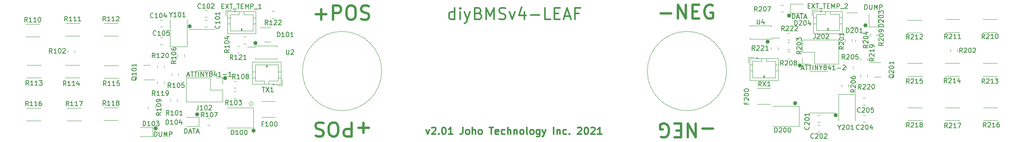
<source format=gbr>
G04 #@! TF.GenerationSoftware,KiCad,Pcbnew,(5.99.0-8941-ge2f8b1a4b1)*
G04 #@! TF.CreationDate,2021-03-10T18:45:48+13:00*
G04 #@! TF.ProjectId,diyBMS-Leaf,64697942-4d53-42d4-9c65-61662e6b6963,2.01*
G04 #@! TF.SameCoordinates,Original*
G04 #@! TF.FileFunction,Legend,Top*
G04 #@! TF.FilePolarity,Positive*
%FSLAX46Y46*%
G04 Gerber Fmt 4.6, Leading zero omitted, Abs format (unit mm)*
G04 Created by KiCad (PCBNEW (5.99.0-8941-ge2f8b1a4b1)) date 2021-03-10 18:45:48*
%MOMM*%
%LPD*%
G01*
G04 APERTURE LIST*
%ADD10C,0.460000*%
%ADD11C,0.120000*%
%ADD12C,0.500000*%
%ADD13C,0.300000*%
%ADD14C,0.150000*%
G04 APERTURE END LIST*
D10*
X75730000Y-105300000D02*
G75*
G03*
X75730000Y-105300000I-230000J0D01*
G01*
X84630000Y-102300000D02*
G75*
G03*
X84630000Y-102300000I-230000J0D01*
G01*
X228030000Y-83200000D02*
G75*
G03*
X228030000Y-83200000I-230000J0D01*
G01*
D11*
X198009407Y-93000000D02*
G75*
G03*
X198009407Y-93000000I-8509407J0D01*
G01*
D10*
X213930000Y-91800000D02*
G75*
G03*
X213930000Y-91800000I-230000J0D01*
G01*
X207030000Y-86700000D02*
G75*
G03*
X207030000Y-86700000I-230000J0D01*
G01*
X221630000Y-102500000D02*
G75*
G03*
X221630000Y-102500000I-230000J0D01*
G01*
D11*
X96400000Y-100000000D02*
G75*
G03*
X96400000Y-100000000I-400000J0D01*
G01*
D10*
X97130000Y-87000000D02*
G75*
G03*
X97130000Y-87000000I-230000J0D01*
G01*
X83030000Y-83400000D02*
G75*
G03*
X83030000Y-83400000I-230000J0D01*
G01*
X90630000Y-94500000D02*
G75*
G03*
X90630000Y-94500000I-230000J0D01*
G01*
X212930000Y-99900000D02*
G75*
G03*
X212930000Y-99900000I-230000J0D01*
G01*
X211630000Y-81100000D02*
G75*
G03*
X211630000Y-81100000I-230000J0D01*
G01*
X96730000Y-105800000D02*
G75*
G03*
X96730000Y-105800000I-230000J0D01*
G01*
D11*
X124002353Y-93000000D02*
G75*
G03*
X124002353Y-93000000I-8502353J0D01*
G01*
D12*
X109857142Y-80814285D02*
X112142857Y-80814285D01*
X111000000Y-81957142D02*
X111000000Y-79671428D01*
X113571428Y-81957142D02*
X113571428Y-78957142D01*
X114714285Y-78957142D01*
X115000000Y-79100000D01*
X115142857Y-79242857D01*
X115285714Y-79528571D01*
X115285714Y-79957142D01*
X115142857Y-80242857D01*
X115000000Y-80385714D01*
X114714285Y-80528571D01*
X113571428Y-80528571D01*
X117142857Y-78957142D02*
X117714285Y-78957142D01*
X118000000Y-79100000D01*
X118285714Y-79385714D01*
X118428571Y-79957142D01*
X118428571Y-80957142D01*
X118285714Y-81528571D01*
X118000000Y-81814285D01*
X117714285Y-81957142D01*
X117142857Y-81957142D01*
X116857142Y-81814285D01*
X116571428Y-81528571D01*
X116428571Y-80957142D01*
X116428571Y-79957142D01*
X116571428Y-79385714D01*
X116857142Y-79100000D01*
X117142857Y-78957142D01*
X119571428Y-81814285D02*
X120000000Y-81957142D01*
X120714285Y-81957142D01*
X121000000Y-81814285D01*
X121142857Y-81671428D01*
X121285714Y-81385714D01*
X121285714Y-81100000D01*
X121142857Y-80814285D01*
X121000000Y-80671428D01*
X120714285Y-80528571D01*
X120142857Y-80385714D01*
X119857142Y-80242857D01*
X119714285Y-80100000D01*
X119571428Y-79814285D01*
X119571428Y-79528571D01*
X119714285Y-79242857D01*
X119857142Y-79100000D01*
X120142857Y-78957142D01*
X120857142Y-78957142D01*
X121285714Y-79100000D01*
X183828571Y-80614285D02*
X186114285Y-80614285D01*
X187542857Y-81757142D02*
X187542857Y-78757142D01*
X189257142Y-81757142D01*
X189257142Y-78757142D01*
X190685714Y-80185714D02*
X191685714Y-80185714D01*
X192114285Y-81757142D02*
X190685714Y-81757142D01*
X190685714Y-78757142D01*
X192114285Y-78757142D01*
X194971428Y-78900000D02*
X194685714Y-78757142D01*
X194257142Y-78757142D01*
X193828571Y-78900000D01*
X193542857Y-79185714D01*
X193400000Y-79471428D01*
X193257142Y-80042857D01*
X193257142Y-80471428D01*
X193400000Y-81042857D01*
X193542857Y-81328571D01*
X193828571Y-81614285D01*
X194257142Y-81757142D01*
X194542857Y-81757142D01*
X194971428Y-81614285D01*
X195114285Y-81471428D01*
X195114285Y-80471428D01*
X194542857Y-80471428D01*
X121242857Y-105185714D02*
X118957142Y-105185714D01*
X120100000Y-104042857D02*
X120100000Y-106328571D01*
X117528571Y-104042857D02*
X117528571Y-107042857D01*
X116385714Y-107042857D01*
X116100000Y-106900000D01*
X115957142Y-106757142D01*
X115814285Y-106471428D01*
X115814285Y-106042857D01*
X115957142Y-105757142D01*
X116100000Y-105614285D01*
X116385714Y-105471428D01*
X117528571Y-105471428D01*
X113957142Y-107042857D02*
X113385714Y-107042857D01*
X113100000Y-106900000D01*
X112814285Y-106614285D01*
X112671428Y-106042857D01*
X112671428Y-105042857D01*
X112814285Y-104471428D01*
X113100000Y-104185714D01*
X113385714Y-104042857D01*
X113957142Y-104042857D01*
X114242857Y-104185714D01*
X114528571Y-104471428D01*
X114671428Y-105042857D01*
X114671428Y-106042857D01*
X114528571Y-106614285D01*
X114242857Y-106900000D01*
X113957142Y-107042857D01*
X111528571Y-104185714D02*
X111100000Y-104042857D01*
X110385714Y-104042857D01*
X110100000Y-104185714D01*
X109957142Y-104328571D01*
X109814285Y-104614285D01*
X109814285Y-104900000D01*
X109957142Y-105185714D01*
X110100000Y-105328571D01*
X110385714Y-105471428D01*
X110957142Y-105614285D01*
X111242857Y-105757142D01*
X111385714Y-105900000D01*
X111528571Y-106185714D01*
X111528571Y-106471428D01*
X111385714Y-106757142D01*
X111242857Y-106900000D01*
X110957142Y-107042857D01*
X110242857Y-107042857D01*
X109814285Y-106900000D01*
X195071428Y-105385714D02*
X192785714Y-105385714D01*
X191357142Y-104242857D02*
X191357142Y-107242857D01*
X189642857Y-104242857D01*
X189642857Y-107242857D01*
X188214285Y-105814285D02*
X187214285Y-105814285D01*
X186785714Y-104242857D02*
X188214285Y-104242857D01*
X188214285Y-107242857D01*
X186785714Y-107242857D01*
X183928571Y-107100000D02*
X184214285Y-107242857D01*
X184642857Y-107242857D01*
X185071428Y-107100000D01*
X185357142Y-106814285D01*
X185500000Y-106528571D01*
X185642857Y-105957142D01*
X185642857Y-105528571D01*
X185500000Y-104957142D01*
X185357142Y-104671428D01*
X185071428Y-104385714D01*
X184642857Y-104242857D01*
X184357142Y-104242857D01*
X183928571Y-104385714D01*
X183785714Y-104528571D01*
X183785714Y-105528571D01*
X184357142Y-105528571D01*
D13*
X133542857Y-105578571D02*
X133900000Y-106578571D01*
X134257142Y-105578571D01*
X134757142Y-105221428D02*
X134828571Y-105150000D01*
X134971428Y-105078571D01*
X135328571Y-105078571D01*
X135471428Y-105150000D01*
X135542857Y-105221428D01*
X135614285Y-105364285D01*
X135614285Y-105507142D01*
X135542857Y-105721428D01*
X134685714Y-106578571D01*
X135614285Y-106578571D01*
X136257142Y-106435714D02*
X136328571Y-106507142D01*
X136257142Y-106578571D01*
X136185714Y-106507142D01*
X136257142Y-106435714D01*
X136257142Y-106578571D01*
X137257142Y-105078571D02*
X137400000Y-105078571D01*
X137542857Y-105150000D01*
X137614285Y-105221428D01*
X137685714Y-105364285D01*
X137757142Y-105650000D01*
X137757142Y-106007142D01*
X137685714Y-106292857D01*
X137614285Y-106435714D01*
X137542857Y-106507142D01*
X137400000Y-106578571D01*
X137257142Y-106578571D01*
X137114285Y-106507142D01*
X137042857Y-106435714D01*
X136971428Y-106292857D01*
X136900000Y-106007142D01*
X136900000Y-105650000D01*
X136971428Y-105364285D01*
X137042857Y-105221428D01*
X137114285Y-105150000D01*
X137257142Y-105078571D01*
X139185714Y-106578571D02*
X138328571Y-106578571D01*
X138757142Y-106578571D02*
X138757142Y-105078571D01*
X138614285Y-105292857D01*
X138471428Y-105435714D01*
X138328571Y-105507142D01*
X141400000Y-105078571D02*
X141400000Y-106150000D01*
X141328571Y-106364285D01*
X141185714Y-106507142D01*
X140971428Y-106578571D01*
X140828571Y-106578571D01*
X142328571Y-106578571D02*
X142185714Y-106507142D01*
X142114285Y-106435714D01*
X142042857Y-106292857D01*
X142042857Y-105864285D01*
X142114285Y-105721428D01*
X142185714Y-105650000D01*
X142328571Y-105578571D01*
X142542857Y-105578571D01*
X142685714Y-105650000D01*
X142757142Y-105721428D01*
X142828571Y-105864285D01*
X142828571Y-106292857D01*
X142757142Y-106435714D01*
X142685714Y-106507142D01*
X142542857Y-106578571D01*
X142328571Y-106578571D01*
X143471428Y-106578571D02*
X143471428Y-105078571D01*
X144114285Y-106578571D02*
X144114285Y-105792857D01*
X144042857Y-105650000D01*
X143900000Y-105578571D01*
X143685714Y-105578571D01*
X143542857Y-105650000D01*
X143471428Y-105721428D01*
X145042857Y-106578571D02*
X144900000Y-106507142D01*
X144828571Y-106435714D01*
X144757142Y-106292857D01*
X144757142Y-105864285D01*
X144828571Y-105721428D01*
X144900000Y-105650000D01*
X145042857Y-105578571D01*
X145257142Y-105578571D01*
X145400000Y-105650000D01*
X145471428Y-105721428D01*
X145542857Y-105864285D01*
X145542857Y-106292857D01*
X145471428Y-106435714D01*
X145400000Y-106507142D01*
X145257142Y-106578571D01*
X145042857Y-106578571D01*
X147114285Y-105078571D02*
X147971428Y-105078571D01*
X147542857Y-106578571D02*
X147542857Y-105078571D01*
X149042857Y-106507142D02*
X148900000Y-106578571D01*
X148614285Y-106578571D01*
X148471428Y-106507142D01*
X148400000Y-106364285D01*
X148400000Y-105792857D01*
X148471428Y-105650000D01*
X148614285Y-105578571D01*
X148900000Y-105578571D01*
X149042857Y-105650000D01*
X149114285Y-105792857D01*
X149114285Y-105935714D01*
X148400000Y-106078571D01*
X150400000Y-106507142D02*
X150257142Y-106578571D01*
X149971428Y-106578571D01*
X149828571Y-106507142D01*
X149757142Y-106435714D01*
X149685714Y-106292857D01*
X149685714Y-105864285D01*
X149757142Y-105721428D01*
X149828571Y-105650000D01*
X149971428Y-105578571D01*
X150257142Y-105578571D01*
X150400000Y-105650000D01*
X151042857Y-106578571D02*
X151042857Y-105078571D01*
X151685714Y-106578571D02*
X151685714Y-105792857D01*
X151614285Y-105650000D01*
X151471428Y-105578571D01*
X151257142Y-105578571D01*
X151114285Y-105650000D01*
X151042857Y-105721428D01*
X152400000Y-105578571D02*
X152400000Y-106578571D01*
X152400000Y-105721428D02*
X152471428Y-105650000D01*
X152614285Y-105578571D01*
X152828571Y-105578571D01*
X152971428Y-105650000D01*
X153042857Y-105792857D01*
X153042857Y-106578571D01*
X153971428Y-106578571D02*
X153828571Y-106507142D01*
X153757142Y-106435714D01*
X153685714Y-106292857D01*
X153685714Y-105864285D01*
X153757142Y-105721428D01*
X153828571Y-105650000D01*
X153971428Y-105578571D01*
X154185714Y-105578571D01*
X154328571Y-105650000D01*
X154400000Y-105721428D01*
X154471428Y-105864285D01*
X154471428Y-106292857D01*
X154400000Y-106435714D01*
X154328571Y-106507142D01*
X154185714Y-106578571D01*
X153971428Y-106578571D01*
X155328571Y-106578571D02*
X155185714Y-106507142D01*
X155114285Y-106364285D01*
X155114285Y-105078571D01*
X156114285Y-106578571D02*
X155971428Y-106507142D01*
X155900000Y-106435714D01*
X155828571Y-106292857D01*
X155828571Y-105864285D01*
X155900000Y-105721428D01*
X155971428Y-105650000D01*
X156114285Y-105578571D01*
X156328571Y-105578571D01*
X156471428Y-105650000D01*
X156542857Y-105721428D01*
X156614285Y-105864285D01*
X156614285Y-106292857D01*
X156542857Y-106435714D01*
X156471428Y-106507142D01*
X156328571Y-106578571D01*
X156114285Y-106578571D01*
X157900000Y-105578571D02*
X157900000Y-106792857D01*
X157828571Y-106935714D01*
X157757142Y-107007142D01*
X157614285Y-107078571D01*
X157400000Y-107078571D01*
X157257142Y-107007142D01*
X157900000Y-106507142D02*
X157757142Y-106578571D01*
X157471428Y-106578571D01*
X157328571Y-106507142D01*
X157257142Y-106435714D01*
X157185714Y-106292857D01*
X157185714Y-105864285D01*
X157257142Y-105721428D01*
X157328571Y-105650000D01*
X157471428Y-105578571D01*
X157757142Y-105578571D01*
X157900000Y-105650000D01*
X158471428Y-105578571D02*
X158828571Y-106578571D01*
X159185714Y-105578571D02*
X158828571Y-106578571D01*
X158685714Y-106935714D01*
X158614285Y-107007142D01*
X158471428Y-107078571D01*
X160900000Y-106578571D02*
X160900000Y-105078571D01*
X161614285Y-105578571D02*
X161614285Y-106578571D01*
X161614285Y-105721428D02*
X161685714Y-105650000D01*
X161828571Y-105578571D01*
X162042857Y-105578571D01*
X162185714Y-105650000D01*
X162257142Y-105792857D01*
X162257142Y-106578571D01*
X163614285Y-106507142D02*
X163471428Y-106578571D01*
X163185714Y-106578571D01*
X163042857Y-106507142D01*
X162971428Y-106435714D01*
X162900000Y-106292857D01*
X162900000Y-105864285D01*
X162971428Y-105721428D01*
X163042857Y-105650000D01*
X163185714Y-105578571D01*
X163471428Y-105578571D01*
X163614285Y-105650000D01*
X164257142Y-106435714D02*
X164328571Y-106507142D01*
X164257142Y-106578571D01*
X164185714Y-106507142D01*
X164257142Y-106435714D01*
X164257142Y-106578571D01*
X166042857Y-105221428D02*
X166114285Y-105150000D01*
X166257142Y-105078571D01*
X166614285Y-105078571D01*
X166757142Y-105150000D01*
X166828571Y-105221428D01*
X166900000Y-105364285D01*
X166900000Y-105507142D01*
X166828571Y-105721428D01*
X165971428Y-106578571D01*
X166900000Y-106578571D01*
X167828571Y-105078571D02*
X167971428Y-105078571D01*
X168114285Y-105150000D01*
X168185714Y-105221428D01*
X168257142Y-105364285D01*
X168328571Y-105650000D01*
X168328571Y-106007142D01*
X168257142Y-106292857D01*
X168185714Y-106435714D01*
X168114285Y-106507142D01*
X167971428Y-106578571D01*
X167828571Y-106578571D01*
X167685714Y-106507142D01*
X167614285Y-106435714D01*
X167542857Y-106292857D01*
X167471428Y-106007142D01*
X167471428Y-105650000D01*
X167542857Y-105364285D01*
X167614285Y-105221428D01*
X167685714Y-105150000D01*
X167828571Y-105078571D01*
X168900000Y-105221428D02*
X168971428Y-105150000D01*
X169114285Y-105078571D01*
X169471428Y-105078571D01*
X169614285Y-105150000D01*
X169685714Y-105221428D01*
X169757142Y-105364285D01*
X169757142Y-105507142D01*
X169685714Y-105721428D01*
X168828571Y-106578571D01*
X169757142Y-106578571D01*
X171185714Y-106578571D02*
X170328571Y-106578571D01*
X170757142Y-106578571D02*
X170757142Y-105078571D01*
X170614285Y-105292857D01*
X170471428Y-105435714D01*
X170328571Y-105507142D01*
X139642857Y-81930952D02*
X139642857Y-79430952D01*
X139642857Y-81811904D02*
X139404761Y-81930952D01*
X138928571Y-81930952D01*
X138690476Y-81811904D01*
X138571428Y-81692857D01*
X138452380Y-81454761D01*
X138452380Y-80740476D01*
X138571428Y-80502380D01*
X138690476Y-80383333D01*
X138928571Y-80264285D01*
X139404761Y-80264285D01*
X139642857Y-80383333D01*
X140833333Y-81930952D02*
X140833333Y-80264285D01*
X140833333Y-79430952D02*
X140714285Y-79550000D01*
X140833333Y-79669047D01*
X140952380Y-79550000D01*
X140833333Y-79430952D01*
X140833333Y-79669047D01*
X141785714Y-80264285D02*
X142380952Y-81930952D01*
X142976190Y-80264285D02*
X142380952Y-81930952D01*
X142142857Y-82526190D01*
X142023809Y-82645238D01*
X141785714Y-82764285D01*
X144761904Y-80621428D02*
X145119047Y-80740476D01*
X145238095Y-80859523D01*
X145357142Y-81097619D01*
X145357142Y-81454761D01*
X145238095Y-81692857D01*
X145119047Y-81811904D01*
X144880952Y-81930952D01*
X143928571Y-81930952D01*
X143928571Y-79430952D01*
X144761904Y-79430952D01*
X145000000Y-79550000D01*
X145119047Y-79669047D01*
X145238095Y-79907142D01*
X145238095Y-80145238D01*
X145119047Y-80383333D01*
X145000000Y-80502380D01*
X144761904Y-80621428D01*
X143928571Y-80621428D01*
X146428571Y-81930952D02*
X146428571Y-79430952D01*
X147261904Y-81216666D01*
X148095238Y-79430952D01*
X148095238Y-81930952D01*
X149166666Y-81811904D02*
X149523809Y-81930952D01*
X150119047Y-81930952D01*
X150357142Y-81811904D01*
X150476190Y-81692857D01*
X150595238Y-81454761D01*
X150595238Y-81216666D01*
X150476190Y-80978571D01*
X150357142Y-80859523D01*
X150119047Y-80740476D01*
X149642857Y-80621428D01*
X149404761Y-80502380D01*
X149285714Y-80383333D01*
X149166666Y-80145238D01*
X149166666Y-79907142D01*
X149285714Y-79669047D01*
X149404761Y-79550000D01*
X149642857Y-79430952D01*
X150238095Y-79430952D01*
X150595238Y-79550000D01*
X151428571Y-80264285D02*
X152023809Y-81930952D01*
X152619047Y-80264285D01*
X154642857Y-80264285D02*
X154642857Y-81930952D01*
X154047619Y-79311904D02*
X153452380Y-81097619D01*
X155000000Y-81097619D01*
X155952380Y-80978571D02*
X157857142Y-80978571D01*
X160238095Y-81930952D02*
X159047619Y-81930952D01*
X159047619Y-79430952D01*
X161071428Y-80621428D02*
X161904761Y-80621428D01*
X162261904Y-81930952D02*
X161071428Y-81930952D01*
X161071428Y-79430952D01*
X162261904Y-79430952D01*
X163214285Y-81216666D02*
X164404761Y-81216666D01*
X162976190Y-81930952D02*
X163809523Y-79430952D01*
X164642857Y-81930952D01*
X166309523Y-80621428D02*
X165476190Y-80621428D01*
X165476190Y-81930952D02*
X165476190Y-79430952D01*
X166666666Y-79430952D01*
D14*
X77709523Y-104452380D02*
X77709523Y-103452380D01*
X77947619Y-103452380D01*
X78090476Y-103500000D01*
X78185714Y-103595238D01*
X78233333Y-103690476D01*
X78280952Y-103880952D01*
X78280952Y-104023809D01*
X78233333Y-104214285D01*
X78185714Y-104309523D01*
X78090476Y-104404761D01*
X77947619Y-104452380D01*
X77709523Y-104452380D01*
X79233333Y-104452380D02*
X78661904Y-104452380D01*
X78947619Y-104452380D02*
X78947619Y-103452380D01*
X78852380Y-103595238D01*
X78757142Y-103690476D01*
X78661904Y-103738095D01*
X79852380Y-103452380D02*
X79947619Y-103452380D01*
X80042857Y-103500000D01*
X80090476Y-103547619D01*
X80138095Y-103642857D01*
X80185714Y-103833333D01*
X80185714Y-104071428D01*
X80138095Y-104261904D01*
X80090476Y-104357142D01*
X80042857Y-104404761D01*
X79947619Y-104452380D01*
X79852380Y-104452380D01*
X79757142Y-104404761D01*
X79709523Y-104357142D01*
X79661904Y-104261904D01*
X79614285Y-104071428D01*
X79614285Y-103833333D01*
X79661904Y-103642857D01*
X79709523Y-103547619D01*
X79757142Y-103500000D01*
X79852380Y-103452380D01*
X81042857Y-103785714D02*
X81042857Y-104452380D01*
X80804761Y-103404761D02*
X80566666Y-104119047D01*
X81185714Y-104119047D01*
X81700000Y-106352380D02*
X81700000Y-105352380D01*
X81938095Y-105352380D01*
X82080952Y-105400000D01*
X82176190Y-105495238D01*
X82223809Y-105590476D01*
X82271428Y-105780952D01*
X82271428Y-105923809D01*
X82223809Y-106114285D01*
X82176190Y-106209523D01*
X82080952Y-106304761D01*
X81938095Y-106352380D01*
X81700000Y-106352380D01*
X82652380Y-106066666D02*
X83128571Y-106066666D01*
X82557142Y-106352380D02*
X82890476Y-105352380D01*
X83223809Y-106352380D01*
X83414285Y-105352380D02*
X83985714Y-105352380D01*
X83700000Y-106352380D02*
X83700000Y-105352380D01*
X84271428Y-106066666D02*
X84747619Y-106066666D01*
X84176190Y-106352380D02*
X84509523Y-105352380D01*
X84842857Y-106352380D01*
X72809523Y-104752380D02*
X72809523Y-103752380D01*
X73047619Y-103752380D01*
X73190476Y-103800000D01*
X73285714Y-103895238D01*
X73333333Y-103990476D01*
X73380952Y-104180952D01*
X73380952Y-104323809D01*
X73333333Y-104514285D01*
X73285714Y-104609523D01*
X73190476Y-104704761D01*
X73047619Y-104752380D01*
X72809523Y-104752380D01*
X74333333Y-104752380D02*
X73761904Y-104752380D01*
X74047619Y-104752380D02*
X74047619Y-103752380D01*
X73952380Y-103895238D01*
X73857142Y-103990476D01*
X73761904Y-104038095D01*
X74952380Y-103752380D02*
X75047619Y-103752380D01*
X75142857Y-103800000D01*
X75190476Y-103847619D01*
X75238095Y-103942857D01*
X75285714Y-104133333D01*
X75285714Y-104371428D01*
X75238095Y-104561904D01*
X75190476Y-104657142D01*
X75142857Y-104704761D01*
X75047619Y-104752380D01*
X74952380Y-104752380D01*
X74857142Y-104704761D01*
X74809523Y-104657142D01*
X74761904Y-104561904D01*
X74714285Y-104371428D01*
X74714285Y-104133333D01*
X74761904Y-103942857D01*
X74809523Y-103847619D01*
X74857142Y-103800000D01*
X74952380Y-103752380D01*
X75619047Y-103752380D02*
X76238095Y-103752380D01*
X75904761Y-104133333D01*
X76047619Y-104133333D01*
X76142857Y-104180952D01*
X76190476Y-104228571D01*
X76238095Y-104323809D01*
X76238095Y-104561904D01*
X76190476Y-104657142D01*
X76142857Y-104704761D01*
X76047619Y-104752380D01*
X75761904Y-104752380D01*
X75666666Y-104704761D01*
X75619047Y-104657142D01*
X75242857Y-107052380D02*
X75242857Y-106052380D01*
X75480952Y-106052380D01*
X75623809Y-106100000D01*
X75719047Y-106195238D01*
X75766666Y-106290476D01*
X75814285Y-106480952D01*
X75814285Y-106623809D01*
X75766666Y-106814285D01*
X75719047Y-106909523D01*
X75623809Y-107004761D01*
X75480952Y-107052380D01*
X75242857Y-107052380D01*
X76242857Y-106052380D02*
X76242857Y-106861904D01*
X76290476Y-106957142D01*
X76338095Y-107004761D01*
X76433333Y-107052380D01*
X76623809Y-107052380D01*
X76719047Y-107004761D01*
X76766666Y-106957142D01*
X76814285Y-106861904D01*
X76814285Y-106052380D01*
X77290476Y-107052380D02*
X77290476Y-106052380D01*
X77623809Y-106766666D01*
X77957142Y-106052380D01*
X77957142Y-107052380D01*
X78433333Y-107052380D02*
X78433333Y-106052380D01*
X78814285Y-106052380D01*
X78909523Y-106100000D01*
X78957142Y-106147619D01*
X79004761Y-106242857D01*
X79004761Y-106385714D01*
X78957142Y-106480952D01*
X78909523Y-106528571D01*
X78814285Y-106576190D01*
X78433333Y-106576190D01*
X71447619Y-94247619D02*
X71400000Y-94342857D01*
X71304761Y-94438095D01*
X71161904Y-94580952D01*
X71114285Y-94676190D01*
X71114285Y-94771428D01*
X71352380Y-94723809D02*
X71304761Y-94819047D01*
X71209523Y-94914285D01*
X71019047Y-94961904D01*
X70685714Y-94961904D01*
X70495238Y-94914285D01*
X70400000Y-94819047D01*
X70352380Y-94723809D01*
X70352380Y-94533333D01*
X70400000Y-94438095D01*
X70495238Y-94342857D01*
X70685714Y-94295238D01*
X71019047Y-94295238D01*
X71209523Y-94342857D01*
X71304761Y-94438095D01*
X71352380Y-94533333D01*
X71352380Y-94723809D01*
X71352380Y-93342857D02*
X71352380Y-93914285D01*
X71352380Y-93628571D02*
X70352380Y-93628571D01*
X70495238Y-93723809D01*
X70590476Y-93819047D01*
X70638095Y-93914285D01*
X70352380Y-92723809D02*
X70352380Y-92628571D01*
X70400000Y-92533333D01*
X70447619Y-92485714D01*
X70542857Y-92438095D01*
X70733333Y-92390476D01*
X70971428Y-92390476D01*
X71161904Y-92438095D01*
X71257142Y-92485714D01*
X71304761Y-92533333D01*
X71352380Y-92628571D01*
X71352380Y-92723809D01*
X71304761Y-92819047D01*
X71257142Y-92866666D01*
X71161904Y-92914285D01*
X70971428Y-92961904D01*
X70733333Y-92961904D01*
X70542857Y-92914285D01*
X70447619Y-92866666D01*
X70400000Y-92819047D01*
X70352380Y-92723809D01*
X71352380Y-91438095D02*
X71352380Y-92009523D01*
X71352380Y-91723809D02*
X70352380Y-91723809D01*
X70495238Y-91819047D01*
X70590476Y-91914285D01*
X70638095Y-92009523D01*
X53280952Y-89152380D02*
X52947619Y-88676190D01*
X52709523Y-89152380D02*
X52709523Y-88152380D01*
X53090476Y-88152380D01*
X53185714Y-88200000D01*
X53233333Y-88247619D01*
X53280952Y-88342857D01*
X53280952Y-88485714D01*
X53233333Y-88580952D01*
X53185714Y-88628571D01*
X53090476Y-88676190D01*
X52709523Y-88676190D01*
X54233333Y-89152380D02*
X53661904Y-89152380D01*
X53947619Y-89152380D02*
X53947619Y-88152380D01*
X53852380Y-88295238D01*
X53757142Y-88390476D01*
X53661904Y-88438095D01*
X54852380Y-88152380D02*
X54947619Y-88152380D01*
X55042857Y-88200000D01*
X55090476Y-88247619D01*
X55138095Y-88342857D01*
X55185714Y-88533333D01*
X55185714Y-88771428D01*
X55138095Y-88961904D01*
X55090476Y-89057142D01*
X55042857Y-89104761D01*
X54947619Y-89152380D01*
X54852380Y-89152380D01*
X54757142Y-89104761D01*
X54709523Y-89057142D01*
X54661904Y-88961904D01*
X54614285Y-88771428D01*
X54614285Y-88533333D01*
X54661904Y-88342857D01*
X54709523Y-88247619D01*
X54757142Y-88200000D01*
X54852380Y-88152380D01*
X55566666Y-88247619D02*
X55614285Y-88200000D01*
X55709523Y-88152380D01*
X55947619Y-88152380D01*
X56042857Y-88200000D01*
X56090476Y-88247619D01*
X56138095Y-88342857D01*
X56138095Y-88438095D01*
X56090476Y-88580952D01*
X55519047Y-89152380D01*
X56138095Y-89152380D01*
X85880952Y-102852380D02*
X85547619Y-102376190D01*
X85309523Y-102852380D02*
X85309523Y-101852380D01*
X85690476Y-101852380D01*
X85785714Y-101900000D01*
X85833333Y-101947619D01*
X85880952Y-102042857D01*
X85880952Y-102185714D01*
X85833333Y-102280952D01*
X85785714Y-102328571D01*
X85690476Y-102376190D01*
X85309523Y-102376190D01*
X86833333Y-102852380D02*
X86261904Y-102852380D01*
X86547619Y-102852380D02*
X86547619Y-101852380D01*
X86452380Y-101995238D01*
X86357142Y-102090476D01*
X86261904Y-102138095D01*
X87452380Y-101852380D02*
X87547619Y-101852380D01*
X87642857Y-101900000D01*
X87690476Y-101947619D01*
X87738095Y-102042857D01*
X87785714Y-102233333D01*
X87785714Y-102471428D01*
X87738095Y-102661904D01*
X87690476Y-102757142D01*
X87642857Y-102804761D01*
X87547619Y-102852380D01*
X87452380Y-102852380D01*
X87357142Y-102804761D01*
X87309523Y-102757142D01*
X87261904Y-102661904D01*
X87214285Y-102471428D01*
X87214285Y-102233333D01*
X87261904Y-102042857D01*
X87309523Y-101947619D01*
X87357142Y-101900000D01*
X87452380Y-101852380D01*
X88119047Y-101852380D02*
X88785714Y-101852380D01*
X88357142Y-102852380D01*
X75380952Y-98252380D02*
X75047619Y-97776190D01*
X74809523Y-98252380D02*
X74809523Y-97252380D01*
X75190476Y-97252380D01*
X75285714Y-97300000D01*
X75333333Y-97347619D01*
X75380952Y-97442857D01*
X75380952Y-97585714D01*
X75333333Y-97680952D01*
X75285714Y-97728571D01*
X75190476Y-97776190D01*
X74809523Y-97776190D01*
X76333333Y-98252380D02*
X75761904Y-98252380D01*
X76047619Y-98252380D02*
X76047619Y-97252380D01*
X75952380Y-97395238D01*
X75857142Y-97490476D01*
X75761904Y-97538095D01*
X77285714Y-98252380D02*
X76714285Y-98252380D01*
X77000000Y-98252380D02*
X77000000Y-97252380D01*
X76904761Y-97395238D01*
X76809523Y-97490476D01*
X76714285Y-97538095D01*
X77761904Y-98252380D02*
X77952380Y-98252380D01*
X78047619Y-98204761D01*
X78095238Y-98157142D01*
X78190476Y-98014285D01*
X78238095Y-97823809D01*
X78238095Y-97442857D01*
X78190476Y-97347619D01*
X78142857Y-97300000D01*
X78047619Y-97252380D01*
X77857142Y-97252380D01*
X77761904Y-97300000D01*
X77714285Y-97347619D01*
X77666666Y-97442857D01*
X77666666Y-97680952D01*
X77714285Y-97776190D01*
X77761904Y-97823809D01*
X77857142Y-97871428D01*
X78047619Y-97871428D01*
X78142857Y-97823809D01*
X78190476Y-97776190D01*
X78238095Y-97680952D01*
X75380952Y-90152380D02*
X75047619Y-89676190D01*
X74809523Y-90152380D02*
X74809523Y-89152380D01*
X75190476Y-89152380D01*
X75285714Y-89200000D01*
X75333333Y-89247619D01*
X75380952Y-89342857D01*
X75380952Y-89485714D01*
X75333333Y-89580952D01*
X75285714Y-89628571D01*
X75190476Y-89676190D01*
X74809523Y-89676190D01*
X76333333Y-90152380D02*
X75761904Y-90152380D01*
X76047619Y-90152380D02*
X76047619Y-89152380D01*
X75952380Y-89295238D01*
X75857142Y-89390476D01*
X75761904Y-89438095D01*
X76714285Y-89247619D02*
X76761904Y-89200000D01*
X76857142Y-89152380D01*
X77095238Y-89152380D01*
X77190476Y-89200000D01*
X77238095Y-89247619D01*
X77285714Y-89342857D01*
X77285714Y-89438095D01*
X77238095Y-89580952D01*
X76666666Y-90152380D01*
X77285714Y-90152380D01*
X77904761Y-89152380D02*
X78000000Y-89152380D01*
X78095238Y-89200000D01*
X78142857Y-89247619D01*
X78190476Y-89342857D01*
X78238095Y-89533333D01*
X78238095Y-89771428D01*
X78190476Y-89961904D01*
X78142857Y-90057142D01*
X78095238Y-90104761D01*
X78000000Y-90152380D01*
X77904761Y-90152380D01*
X77809523Y-90104761D01*
X77761904Y-90057142D01*
X77714285Y-89961904D01*
X77666666Y-89771428D01*
X77666666Y-89533333D01*
X77714285Y-89342857D01*
X77761904Y-89247619D01*
X77809523Y-89200000D01*
X77904761Y-89152380D01*
X76652380Y-101919047D02*
X76176190Y-102252380D01*
X76652380Y-102490476D02*
X75652380Y-102490476D01*
X75652380Y-102109523D01*
X75700000Y-102014285D01*
X75747619Y-101966666D01*
X75842857Y-101919047D01*
X75985714Y-101919047D01*
X76080952Y-101966666D01*
X76128571Y-102014285D01*
X76176190Y-102109523D01*
X76176190Y-102490476D01*
X76652380Y-100966666D02*
X76652380Y-101538095D01*
X76652380Y-101252380D02*
X75652380Y-101252380D01*
X75795238Y-101347619D01*
X75890476Y-101442857D01*
X75938095Y-101538095D01*
X75652380Y-100347619D02*
X75652380Y-100252380D01*
X75700000Y-100157142D01*
X75747619Y-100109523D01*
X75842857Y-100061904D01*
X76033333Y-100014285D01*
X76271428Y-100014285D01*
X76461904Y-100061904D01*
X76557142Y-100109523D01*
X76604761Y-100157142D01*
X76652380Y-100252380D01*
X76652380Y-100347619D01*
X76604761Y-100442857D01*
X76557142Y-100490476D01*
X76461904Y-100538095D01*
X76271428Y-100585714D01*
X76033333Y-100585714D01*
X75842857Y-100538095D01*
X75747619Y-100490476D01*
X75700000Y-100442857D01*
X75652380Y-100347619D01*
X76652380Y-99538095D02*
X76652380Y-99347619D01*
X76604761Y-99252380D01*
X76557142Y-99204761D01*
X76414285Y-99109523D01*
X76223809Y-99061904D01*
X75842857Y-99061904D01*
X75747619Y-99109523D01*
X75700000Y-99157142D01*
X75652380Y-99252380D01*
X75652380Y-99442857D01*
X75700000Y-99538095D01*
X75747619Y-99585714D01*
X75842857Y-99633333D01*
X76080952Y-99633333D01*
X76176190Y-99585714D01*
X76223809Y-99538095D01*
X76271428Y-99442857D01*
X76271428Y-99252380D01*
X76223809Y-99157142D01*
X76176190Y-99109523D01*
X76080952Y-99061904D01*
X204538095Y-81952380D02*
X204538095Y-82761904D01*
X204585714Y-82857142D01*
X204633333Y-82904761D01*
X204728571Y-82952380D01*
X204919047Y-82952380D01*
X205014285Y-82904761D01*
X205061904Y-82857142D01*
X205109523Y-82761904D01*
X205109523Y-81952380D01*
X206014285Y-82285714D02*
X206014285Y-82952380D01*
X205776190Y-81904761D02*
X205538095Y-82619047D01*
X206157142Y-82619047D01*
X82285714Y-93866666D02*
X82761904Y-93866666D01*
X82190476Y-94152380D02*
X82523809Y-93152380D01*
X82857142Y-94152380D01*
X83047619Y-93152380D02*
X83619047Y-93152380D01*
X83333333Y-94152380D02*
X83333333Y-93152380D01*
X83809523Y-93152380D02*
X84380952Y-93152380D01*
X84095238Y-94152380D02*
X84095238Y-93152380D01*
X84714285Y-94152380D02*
X84714285Y-93152380D01*
X85190476Y-94152380D02*
X85190476Y-93152380D01*
X85761904Y-94152380D01*
X85761904Y-93152380D01*
X86428571Y-93676190D02*
X86428571Y-94152380D01*
X86095238Y-93152380D02*
X86428571Y-93676190D01*
X86761904Y-93152380D01*
X87238095Y-93580952D02*
X87142857Y-93533333D01*
X87095238Y-93485714D01*
X87047619Y-93390476D01*
X87047619Y-93342857D01*
X87095238Y-93247619D01*
X87142857Y-93200000D01*
X87238095Y-93152380D01*
X87428571Y-93152380D01*
X87523809Y-93200000D01*
X87571428Y-93247619D01*
X87619047Y-93342857D01*
X87619047Y-93390476D01*
X87571428Y-93485714D01*
X87523809Y-93533333D01*
X87428571Y-93580952D01*
X87238095Y-93580952D01*
X87142857Y-93628571D01*
X87095238Y-93676190D01*
X87047619Y-93771428D01*
X87047619Y-93961904D01*
X87095238Y-94057142D01*
X87142857Y-94104761D01*
X87238095Y-94152380D01*
X87428571Y-94152380D01*
X87523809Y-94104761D01*
X87571428Y-94057142D01*
X87619047Y-93961904D01*
X87619047Y-93771428D01*
X87571428Y-93676190D01*
X87523809Y-93628571D01*
X87428571Y-93580952D01*
X88476190Y-93485714D02*
X88476190Y-94152380D01*
X88238095Y-93104761D02*
X88000000Y-93819047D01*
X88619047Y-93819047D01*
X89523809Y-94152380D02*
X88952380Y-94152380D01*
X89238095Y-94152380D02*
X89238095Y-93152380D01*
X89142857Y-93295238D01*
X89047619Y-93390476D01*
X88952380Y-93438095D01*
X89952380Y-93771428D02*
X90714285Y-93771428D01*
X91714285Y-94152380D02*
X91142857Y-94152380D01*
X91428571Y-94152380D02*
X91428571Y-93152380D01*
X91333333Y-93295238D01*
X91238095Y-93390476D01*
X91142857Y-93438095D01*
X78780952Y-96552380D02*
X78447619Y-96076190D01*
X78209523Y-96552380D02*
X78209523Y-95552380D01*
X78590476Y-95552380D01*
X78685714Y-95600000D01*
X78733333Y-95647619D01*
X78780952Y-95742857D01*
X78780952Y-95885714D01*
X78733333Y-95980952D01*
X78685714Y-96028571D01*
X78590476Y-96076190D01*
X78209523Y-96076190D01*
X79733333Y-96552380D02*
X79161904Y-96552380D01*
X79447619Y-96552380D02*
X79447619Y-95552380D01*
X79352380Y-95695238D01*
X79257142Y-95790476D01*
X79161904Y-95838095D01*
X80352380Y-95552380D02*
X80447619Y-95552380D01*
X80542857Y-95600000D01*
X80590476Y-95647619D01*
X80638095Y-95742857D01*
X80685714Y-95933333D01*
X80685714Y-96171428D01*
X80638095Y-96361904D01*
X80590476Y-96457142D01*
X80542857Y-96504761D01*
X80447619Y-96552380D01*
X80352380Y-96552380D01*
X80257142Y-96504761D01*
X80209523Y-96457142D01*
X80161904Y-96361904D01*
X80114285Y-96171428D01*
X80114285Y-95933333D01*
X80161904Y-95742857D01*
X80209523Y-95647619D01*
X80257142Y-95600000D01*
X80352380Y-95552380D01*
X81590476Y-95552380D02*
X81114285Y-95552380D01*
X81066666Y-96028571D01*
X81114285Y-95980952D01*
X81209523Y-95933333D01*
X81447619Y-95933333D01*
X81542857Y-95980952D01*
X81590476Y-96028571D01*
X81638095Y-96123809D01*
X81638095Y-96361904D01*
X81590476Y-96457142D01*
X81542857Y-96504761D01*
X81447619Y-96552380D01*
X81209523Y-96552380D01*
X81114285Y-96504761D01*
X81066666Y-96457142D01*
X91252380Y-88419047D02*
X90776190Y-88752380D01*
X91252380Y-88990476D02*
X90252380Y-88990476D01*
X90252380Y-88609523D01*
X90300000Y-88514285D01*
X90347619Y-88466666D01*
X90442857Y-88419047D01*
X90585714Y-88419047D01*
X90680952Y-88466666D01*
X90728571Y-88514285D01*
X90776190Y-88609523D01*
X90776190Y-88990476D01*
X91252380Y-87466666D02*
X91252380Y-88038095D01*
X91252380Y-87752380D02*
X90252380Y-87752380D01*
X90395238Y-87847619D01*
X90490476Y-87942857D01*
X90538095Y-88038095D01*
X90252380Y-86847619D02*
X90252380Y-86752380D01*
X90300000Y-86657142D01*
X90347619Y-86609523D01*
X90442857Y-86561904D01*
X90633333Y-86514285D01*
X90871428Y-86514285D01*
X91061904Y-86561904D01*
X91157142Y-86609523D01*
X91204761Y-86657142D01*
X91252380Y-86752380D01*
X91252380Y-86847619D01*
X91204761Y-86942857D01*
X91157142Y-86990476D01*
X91061904Y-87038095D01*
X90871428Y-87085714D01*
X90633333Y-87085714D01*
X90442857Y-87038095D01*
X90347619Y-86990476D01*
X90300000Y-86942857D01*
X90252380Y-86847619D01*
X90585714Y-85657142D02*
X91252380Y-85657142D01*
X90204761Y-85895238D02*
X90919047Y-86133333D01*
X90919047Y-85514285D01*
X79852380Y-90819047D02*
X79376190Y-91152380D01*
X79852380Y-91390476D02*
X78852380Y-91390476D01*
X78852380Y-91009523D01*
X78900000Y-90914285D01*
X78947619Y-90866666D01*
X79042857Y-90819047D01*
X79185714Y-90819047D01*
X79280952Y-90866666D01*
X79328571Y-90914285D01*
X79376190Y-91009523D01*
X79376190Y-91390476D01*
X79852380Y-89866666D02*
X79852380Y-90438095D01*
X79852380Y-90152380D02*
X78852380Y-90152380D01*
X78995238Y-90247619D01*
X79090476Y-90342857D01*
X79138095Y-90438095D01*
X78852380Y-89247619D02*
X78852380Y-89152380D01*
X78900000Y-89057142D01*
X78947619Y-89009523D01*
X79042857Y-88961904D01*
X79233333Y-88914285D01*
X79471428Y-88914285D01*
X79661904Y-88961904D01*
X79757142Y-89009523D01*
X79804761Y-89057142D01*
X79852380Y-89152380D01*
X79852380Y-89247619D01*
X79804761Y-89342857D01*
X79757142Y-89390476D01*
X79661904Y-89438095D01*
X79471428Y-89485714D01*
X79233333Y-89485714D01*
X79042857Y-89438095D01*
X78947619Y-89390476D01*
X78900000Y-89342857D01*
X78852380Y-89247619D01*
X78852380Y-88057142D02*
X78852380Y-88247619D01*
X78900000Y-88342857D01*
X78947619Y-88390476D01*
X79090476Y-88485714D01*
X79280952Y-88533333D01*
X79661904Y-88533333D01*
X79757142Y-88485714D01*
X79804761Y-88438095D01*
X79852380Y-88342857D01*
X79852380Y-88152380D01*
X79804761Y-88057142D01*
X79757142Y-88009523D01*
X79661904Y-87961904D01*
X79423809Y-87961904D01*
X79328571Y-88009523D01*
X79280952Y-88057142D01*
X79233333Y-88152380D01*
X79233333Y-88342857D01*
X79280952Y-88438095D01*
X79328571Y-88485714D01*
X79423809Y-88533333D01*
X89157142Y-83219047D02*
X89204761Y-83266666D01*
X89252380Y-83409523D01*
X89252380Y-83504761D01*
X89204761Y-83647619D01*
X89109523Y-83742857D01*
X89014285Y-83790476D01*
X88823809Y-83838095D01*
X88680952Y-83838095D01*
X88490476Y-83790476D01*
X88395238Y-83742857D01*
X88300000Y-83647619D01*
X88252380Y-83504761D01*
X88252380Y-83409523D01*
X88300000Y-83266666D01*
X88347619Y-83219047D01*
X89252380Y-82266666D02*
X89252380Y-82838095D01*
X89252380Y-82552380D02*
X88252380Y-82552380D01*
X88395238Y-82647619D01*
X88490476Y-82742857D01*
X88538095Y-82838095D01*
X88252380Y-81647619D02*
X88252380Y-81552380D01*
X88300000Y-81457142D01*
X88347619Y-81409523D01*
X88442857Y-81361904D01*
X88633333Y-81314285D01*
X88871428Y-81314285D01*
X89061904Y-81361904D01*
X89157142Y-81409523D01*
X89204761Y-81457142D01*
X89252380Y-81552380D01*
X89252380Y-81647619D01*
X89204761Y-81742857D01*
X89157142Y-81790476D01*
X89061904Y-81838095D01*
X88871428Y-81885714D01*
X88633333Y-81885714D01*
X88442857Y-81838095D01*
X88347619Y-81790476D01*
X88300000Y-81742857D01*
X88252380Y-81647619D01*
X89252380Y-80361904D02*
X89252380Y-80933333D01*
X89252380Y-80647619D02*
X88252380Y-80647619D01*
X88395238Y-80742857D01*
X88490476Y-80838095D01*
X88538095Y-80933333D01*
X103538095Y-88452380D02*
X103538095Y-89261904D01*
X103585714Y-89357142D01*
X103633333Y-89404761D01*
X103728571Y-89452380D01*
X103919047Y-89452380D01*
X104014285Y-89404761D01*
X104061904Y-89357142D01*
X104109523Y-89261904D01*
X104109523Y-88452380D01*
X104538095Y-88547619D02*
X104585714Y-88500000D01*
X104680952Y-88452380D01*
X104919047Y-88452380D01*
X105014285Y-88500000D01*
X105061904Y-88547619D01*
X105109523Y-88642857D01*
X105109523Y-88738095D01*
X105061904Y-88880952D01*
X104490476Y-89452380D01*
X105109523Y-89452380D01*
X78380952Y-102452380D02*
X78047619Y-101976190D01*
X77809523Y-102452380D02*
X77809523Y-101452380D01*
X78190476Y-101452380D01*
X78285714Y-101500000D01*
X78333333Y-101547619D01*
X78380952Y-101642857D01*
X78380952Y-101785714D01*
X78333333Y-101880952D01*
X78285714Y-101928571D01*
X78190476Y-101976190D01*
X77809523Y-101976190D01*
X79333333Y-102452380D02*
X78761904Y-102452380D01*
X79047619Y-102452380D02*
X79047619Y-101452380D01*
X78952380Y-101595238D01*
X78857142Y-101690476D01*
X78761904Y-101738095D01*
X79952380Y-101452380D02*
X80047619Y-101452380D01*
X80142857Y-101500000D01*
X80190476Y-101547619D01*
X80238095Y-101642857D01*
X80285714Y-101833333D01*
X80285714Y-102071428D01*
X80238095Y-102261904D01*
X80190476Y-102357142D01*
X80142857Y-102404761D01*
X80047619Y-102452380D01*
X79952380Y-102452380D01*
X79857142Y-102404761D01*
X79809523Y-102357142D01*
X79761904Y-102261904D01*
X79714285Y-102071428D01*
X79714285Y-101833333D01*
X79761904Y-101642857D01*
X79809523Y-101547619D01*
X79857142Y-101500000D01*
X79952380Y-101452380D01*
X81238095Y-102452380D02*
X80666666Y-102452380D01*
X80952380Y-102452380D02*
X80952380Y-101452380D01*
X80857142Y-101595238D01*
X80761904Y-101690476D01*
X80666666Y-101738095D01*
X91080952Y-100252380D02*
X90747619Y-99776190D01*
X90509523Y-100252380D02*
X90509523Y-99252380D01*
X90890476Y-99252380D01*
X90985714Y-99300000D01*
X91033333Y-99347619D01*
X91080952Y-99442857D01*
X91080952Y-99585714D01*
X91033333Y-99680952D01*
X90985714Y-99728571D01*
X90890476Y-99776190D01*
X90509523Y-99776190D01*
X92033333Y-100252380D02*
X91461904Y-100252380D01*
X91747619Y-100252380D02*
X91747619Y-99252380D01*
X91652380Y-99395238D01*
X91557142Y-99490476D01*
X91461904Y-99538095D01*
X92652380Y-99252380D02*
X92747619Y-99252380D01*
X92842857Y-99300000D01*
X92890476Y-99347619D01*
X92938095Y-99442857D01*
X92985714Y-99633333D01*
X92985714Y-99871428D01*
X92938095Y-100061904D01*
X92890476Y-100157142D01*
X92842857Y-100204761D01*
X92747619Y-100252380D01*
X92652380Y-100252380D01*
X92557142Y-100204761D01*
X92509523Y-100157142D01*
X92461904Y-100061904D01*
X92414285Y-99871428D01*
X92414285Y-99633333D01*
X92461904Y-99442857D01*
X92509523Y-99347619D01*
X92557142Y-99300000D01*
X92652380Y-99252380D01*
X93319047Y-99252380D02*
X93938095Y-99252380D01*
X93604761Y-99633333D01*
X93747619Y-99633333D01*
X93842857Y-99680952D01*
X93890476Y-99728571D01*
X93938095Y-99823809D01*
X93938095Y-100061904D01*
X93890476Y-100157142D01*
X93842857Y-100204761D01*
X93747619Y-100252380D01*
X93461904Y-100252380D01*
X93366666Y-100204761D01*
X93319047Y-100157142D01*
X101609523Y-85652380D02*
X101609523Y-84652380D01*
X101847619Y-84652380D01*
X101990476Y-84700000D01*
X102085714Y-84795238D01*
X102133333Y-84890476D01*
X102180952Y-85080952D01*
X102180952Y-85223809D01*
X102133333Y-85414285D01*
X102085714Y-85509523D01*
X101990476Y-85604761D01*
X101847619Y-85652380D01*
X101609523Y-85652380D01*
X103133333Y-85652380D02*
X102561904Y-85652380D01*
X102847619Y-85652380D02*
X102847619Y-84652380D01*
X102752380Y-84795238D01*
X102657142Y-84890476D01*
X102561904Y-84938095D01*
X103752380Y-84652380D02*
X103847619Y-84652380D01*
X103942857Y-84700000D01*
X103990476Y-84747619D01*
X104038095Y-84842857D01*
X104085714Y-85033333D01*
X104085714Y-85271428D01*
X104038095Y-85461904D01*
X103990476Y-85557142D01*
X103942857Y-85604761D01*
X103847619Y-85652380D01*
X103752380Y-85652380D01*
X103657142Y-85604761D01*
X103609523Y-85557142D01*
X103561904Y-85461904D01*
X103514285Y-85271428D01*
X103514285Y-85033333D01*
X103561904Y-84842857D01*
X103609523Y-84747619D01*
X103657142Y-84700000D01*
X103752380Y-84652380D01*
X105038095Y-85652380D02*
X104466666Y-85652380D01*
X104752380Y-85652380D02*
X104752380Y-84652380D01*
X104657142Y-84795238D01*
X104561904Y-84890476D01*
X104466666Y-84938095D01*
X223152380Y-87719047D02*
X222676190Y-88052380D01*
X223152380Y-88290476D02*
X222152380Y-88290476D01*
X222152380Y-87909523D01*
X222200000Y-87814285D01*
X222247619Y-87766666D01*
X222342857Y-87719047D01*
X222485714Y-87719047D01*
X222580952Y-87766666D01*
X222628571Y-87814285D01*
X222676190Y-87909523D01*
X222676190Y-88290476D01*
X222247619Y-87338095D02*
X222200000Y-87290476D01*
X222152380Y-87195238D01*
X222152380Y-86957142D01*
X222200000Y-86861904D01*
X222247619Y-86814285D01*
X222342857Y-86766666D01*
X222438095Y-86766666D01*
X222580952Y-86814285D01*
X223152380Y-87385714D01*
X223152380Y-86766666D01*
X222152380Y-86147619D02*
X222152380Y-86052380D01*
X222200000Y-85957142D01*
X222247619Y-85909523D01*
X222342857Y-85861904D01*
X222533333Y-85814285D01*
X222771428Y-85814285D01*
X222961904Y-85861904D01*
X223057142Y-85909523D01*
X223104761Y-85957142D01*
X223152380Y-86052380D01*
X223152380Y-86147619D01*
X223104761Y-86242857D01*
X223057142Y-86290476D01*
X222961904Y-86338095D01*
X222771428Y-86385714D01*
X222533333Y-86385714D01*
X222342857Y-86338095D01*
X222247619Y-86290476D01*
X222200000Y-86242857D01*
X222152380Y-86147619D01*
X223152380Y-84861904D02*
X223152380Y-85433333D01*
X223152380Y-85147619D02*
X222152380Y-85147619D01*
X222295238Y-85242857D01*
X222390476Y-85338095D01*
X222438095Y-85433333D01*
X56580952Y-82272380D02*
X56247619Y-81796190D01*
X56009523Y-82272380D02*
X56009523Y-81272380D01*
X56390476Y-81272380D01*
X56485714Y-81320000D01*
X56533333Y-81367619D01*
X56580952Y-81462857D01*
X56580952Y-81605714D01*
X56533333Y-81700952D01*
X56485714Y-81748571D01*
X56390476Y-81796190D01*
X56009523Y-81796190D01*
X57533333Y-82272380D02*
X56961904Y-82272380D01*
X57247619Y-82272380D02*
X57247619Y-81272380D01*
X57152380Y-81415238D01*
X57057142Y-81510476D01*
X56961904Y-81558095D01*
X58485714Y-82272380D02*
X57914285Y-82272380D01*
X58200000Y-82272380D02*
X58200000Y-81272380D01*
X58104761Y-81415238D01*
X58009523Y-81510476D01*
X57914285Y-81558095D01*
X59438095Y-82272380D02*
X58866666Y-82272380D01*
X59152380Y-82272380D02*
X59152380Y-81272380D01*
X59057142Y-81415238D01*
X58961904Y-81510476D01*
X58866666Y-81558095D01*
X210380952Y-84352380D02*
X210047619Y-83876190D01*
X209809523Y-84352380D02*
X209809523Y-83352380D01*
X210190476Y-83352380D01*
X210285714Y-83400000D01*
X210333333Y-83447619D01*
X210380952Y-83542857D01*
X210380952Y-83685714D01*
X210333333Y-83780952D01*
X210285714Y-83828571D01*
X210190476Y-83876190D01*
X209809523Y-83876190D01*
X210761904Y-83447619D02*
X210809523Y-83400000D01*
X210904761Y-83352380D01*
X211142857Y-83352380D01*
X211238095Y-83400000D01*
X211285714Y-83447619D01*
X211333333Y-83542857D01*
X211333333Y-83638095D01*
X211285714Y-83780952D01*
X210714285Y-84352380D01*
X211333333Y-84352380D01*
X211714285Y-83447619D02*
X211761904Y-83400000D01*
X211857142Y-83352380D01*
X212095238Y-83352380D01*
X212190476Y-83400000D01*
X212238095Y-83447619D01*
X212285714Y-83542857D01*
X212285714Y-83638095D01*
X212238095Y-83780952D01*
X211666666Y-84352380D01*
X212285714Y-84352380D01*
X212666666Y-83447619D02*
X212714285Y-83400000D01*
X212809523Y-83352380D01*
X213047619Y-83352380D01*
X213142857Y-83400000D01*
X213190476Y-83447619D01*
X213238095Y-83542857D01*
X213238095Y-83638095D01*
X213190476Y-83780952D01*
X212619047Y-84352380D01*
X213238095Y-84352380D01*
X75580952Y-85257142D02*
X75533333Y-85304761D01*
X75390476Y-85352380D01*
X75295238Y-85352380D01*
X75152380Y-85304761D01*
X75057142Y-85209523D01*
X75009523Y-85114285D01*
X74961904Y-84923809D01*
X74961904Y-84780952D01*
X75009523Y-84590476D01*
X75057142Y-84495238D01*
X75152380Y-84400000D01*
X75295238Y-84352380D01*
X75390476Y-84352380D01*
X75533333Y-84400000D01*
X75580952Y-84447619D01*
X76533333Y-85352380D02*
X75961904Y-85352380D01*
X76247619Y-85352380D02*
X76247619Y-84352380D01*
X76152380Y-84495238D01*
X76057142Y-84590476D01*
X75961904Y-84638095D01*
X77152380Y-84352380D02*
X77247619Y-84352380D01*
X77342857Y-84400000D01*
X77390476Y-84447619D01*
X77438095Y-84542857D01*
X77485714Y-84733333D01*
X77485714Y-84971428D01*
X77438095Y-85161904D01*
X77390476Y-85257142D01*
X77342857Y-85304761D01*
X77247619Y-85352380D01*
X77152380Y-85352380D01*
X77057142Y-85304761D01*
X77009523Y-85257142D01*
X76961904Y-85161904D01*
X76914285Y-84971428D01*
X76914285Y-84733333D01*
X76961904Y-84542857D01*
X77009523Y-84447619D01*
X77057142Y-84400000D01*
X77152380Y-84352380D01*
X78390476Y-84352380D02*
X77914285Y-84352380D01*
X77866666Y-84828571D01*
X77914285Y-84780952D01*
X78009523Y-84733333D01*
X78247619Y-84733333D01*
X78342857Y-84780952D01*
X78390476Y-84828571D01*
X78438095Y-84923809D01*
X78438095Y-85161904D01*
X78390476Y-85257142D01*
X78342857Y-85304761D01*
X78247619Y-85352380D01*
X78009523Y-85352380D01*
X77914285Y-85304761D01*
X77866666Y-85257142D01*
X74980952Y-81457142D02*
X74933333Y-81504761D01*
X74790476Y-81552380D01*
X74695238Y-81552380D01*
X74552380Y-81504761D01*
X74457142Y-81409523D01*
X74409523Y-81314285D01*
X74361904Y-81123809D01*
X74361904Y-80980952D01*
X74409523Y-80790476D01*
X74457142Y-80695238D01*
X74552380Y-80600000D01*
X74695238Y-80552380D01*
X74790476Y-80552380D01*
X74933333Y-80600000D01*
X74980952Y-80647619D01*
X75933333Y-81552380D02*
X75361904Y-81552380D01*
X75647619Y-81552380D02*
X75647619Y-80552380D01*
X75552380Y-80695238D01*
X75457142Y-80790476D01*
X75361904Y-80838095D01*
X76552380Y-80552380D02*
X76647619Y-80552380D01*
X76742857Y-80600000D01*
X76790476Y-80647619D01*
X76838095Y-80742857D01*
X76885714Y-80933333D01*
X76885714Y-81171428D01*
X76838095Y-81361904D01*
X76790476Y-81457142D01*
X76742857Y-81504761D01*
X76647619Y-81552380D01*
X76552380Y-81552380D01*
X76457142Y-81504761D01*
X76409523Y-81457142D01*
X76361904Y-81361904D01*
X76314285Y-81171428D01*
X76314285Y-80933333D01*
X76361904Y-80742857D01*
X76409523Y-80647619D01*
X76457142Y-80600000D01*
X76552380Y-80552380D01*
X77742857Y-80885714D02*
X77742857Y-81552380D01*
X77504761Y-80504761D02*
X77266666Y-81219047D01*
X77885714Y-81219047D01*
X226880952Y-96852380D02*
X226547619Y-96376190D01*
X226309523Y-96852380D02*
X226309523Y-95852380D01*
X226690476Y-95852380D01*
X226785714Y-95900000D01*
X226833333Y-95947619D01*
X226880952Y-96042857D01*
X226880952Y-96185714D01*
X226833333Y-96280952D01*
X226785714Y-96328571D01*
X226690476Y-96376190D01*
X226309523Y-96376190D01*
X227261904Y-95947619D02*
X227309523Y-95900000D01*
X227404761Y-95852380D01*
X227642857Y-95852380D01*
X227738095Y-95900000D01*
X227785714Y-95947619D01*
X227833333Y-96042857D01*
X227833333Y-96138095D01*
X227785714Y-96280952D01*
X227214285Y-96852380D01*
X227833333Y-96852380D01*
X228214285Y-95947619D02*
X228261904Y-95900000D01*
X228357142Y-95852380D01*
X228595238Y-95852380D01*
X228690476Y-95900000D01*
X228738095Y-95947619D01*
X228785714Y-96042857D01*
X228785714Y-96138095D01*
X228738095Y-96280952D01*
X228166666Y-96852380D01*
X228785714Y-96852380D01*
X229404761Y-95852380D02*
X229500000Y-95852380D01*
X229595238Y-95900000D01*
X229642857Y-95947619D01*
X229690476Y-96042857D01*
X229738095Y-96233333D01*
X229738095Y-96471428D01*
X229690476Y-96661904D01*
X229642857Y-96757142D01*
X229595238Y-96804761D01*
X229500000Y-96852380D01*
X229404761Y-96852380D01*
X229309523Y-96804761D01*
X229261904Y-96757142D01*
X229214285Y-96661904D01*
X229166666Y-96471428D01*
X229166666Y-96233333D01*
X229214285Y-96042857D01*
X229261904Y-95947619D01*
X229309523Y-95900000D01*
X229404761Y-95852380D01*
X253380952Y-86032380D02*
X253047619Y-85556190D01*
X252809523Y-86032380D02*
X252809523Y-85032380D01*
X253190476Y-85032380D01*
X253285714Y-85080000D01*
X253333333Y-85127619D01*
X253380952Y-85222857D01*
X253380952Y-85365714D01*
X253333333Y-85460952D01*
X253285714Y-85508571D01*
X253190476Y-85556190D01*
X252809523Y-85556190D01*
X253761904Y-85127619D02*
X253809523Y-85080000D01*
X253904761Y-85032380D01*
X254142857Y-85032380D01*
X254238095Y-85080000D01*
X254285714Y-85127619D01*
X254333333Y-85222857D01*
X254333333Y-85318095D01*
X254285714Y-85460952D01*
X253714285Y-86032380D01*
X254333333Y-86032380D01*
X255285714Y-86032380D02*
X254714285Y-86032380D01*
X255000000Y-86032380D02*
X255000000Y-85032380D01*
X254904761Y-85175238D01*
X254809523Y-85270476D01*
X254714285Y-85318095D01*
X255904761Y-85032380D02*
X256000000Y-85032380D01*
X256095238Y-85080000D01*
X256142857Y-85127619D01*
X256190476Y-85222857D01*
X256238095Y-85413333D01*
X256238095Y-85651428D01*
X256190476Y-85841904D01*
X256142857Y-85937142D01*
X256095238Y-85984761D01*
X256000000Y-86032380D01*
X255904761Y-86032380D01*
X255809523Y-85984761D01*
X255761904Y-85937142D01*
X255714285Y-85841904D01*
X255666666Y-85651428D01*
X255666666Y-85413333D01*
X255714285Y-85222857D01*
X255761904Y-85127619D01*
X255809523Y-85080000D01*
X255904761Y-85032380D01*
X56280952Y-96152380D02*
X55947619Y-95676190D01*
X55709523Y-96152380D02*
X55709523Y-95152380D01*
X56090476Y-95152380D01*
X56185714Y-95200000D01*
X56233333Y-95247619D01*
X56280952Y-95342857D01*
X56280952Y-95485714D01*
X56233333Y-95580952D01*
X56185714Y-95628571D01*
X56090476Y-95676190D01*
X55709523Y-95676190D01*
X57233333Y-96152380D02*
X56661904Y-96152380D01*
X56947619Y-96152380D02*
X56947619Y-95152380D01*
X56852380Y-95295238D01*
X56757142Y-95390476D01*
X56661904Y-95438095D01*
X58185714Y-96152380D02*
X57614285Y-96152380D01*
X57900000Y-96152380D02*
X57900000Y-95152380D01*
X57804761Y-95295238D01*
X57709523Y-95390476D01*
X57614285Y-95438095D01*
X59042857Y-95485714D02*
X59042857Y-96152380D01*
X58804761Y-95104761D02*
X58566666Y-95819047D01*
X59185714Y-95819047D01*
X231652380Y-83490476D02*
X230652380Y-83490476D01*
X230652380Y-83252380D01*
X230700000Y-83109523D01*
X230795238Y-83014285D01*
X230890476Y-82966666D01*
X231080952Y-82919047D01*
X231223809Y-82919047D01*
X231414285Y-82966666D01*
X231509523Y-83014285D01*
X231604761Y-83109523D01*
X231652380Y-83252380D01*
X231652380Y-83490476D01*
X230747619Y-82538095D02*
X230700000Y-82490476D01*
X230652380Y-82395238D01*
X230652380Y-82157142D01*
X230700000Y-82061904D01*
X230747619Y-82014285D01*
X230842857Y-81966666D01*
X230938095Y-81966666D01*
X231080952Y-82014285D01*
X231652380Y-82585714D01*
X231652380Y-81966666D01*
X230652380Y-81347619D02*
X230652380Y-81252380D01*
X230700000Y-81157142D01*
X230747619Y-81109523D01*
X230842857Y-81061904D01*
X231033333Y-81014285D01*
X231271428Y-81014285D01*
X231461904Y-81061904D01*
X231557142Y-81109523D01*
X231604761Y-81157142D01*
X231652380Y-81252380D01*
X231652380Y-81347619D01*
X231604761Y-81442857D01*
X231557142Y-81490476D01*
X231461904Y-81538095D01*
X231271428Y-81585714D01*
X231033333Y-81585714D01*
X230842857Y-81538095D01*
X230747619Y-81490476D01*
X230700000Y-81442857D01*
X230652380Y-81347619D01*
X230652380Y-80680952D02*
X230652380Y-80061904D01*
X231033333Y-80395238D01*
X231033333Y-80252380D01*
X231080952Y-80157142D01*
X231128571Y-80109523D01*
X231223809Y-80061904D01*
X231461904Y-80061904D01*
X231557142Y-80109523D01*
X231604761Y-80157142D01*
X231652380Y-80252380D01*
X231652380Y-80538095D01*
X231604761Y-80633333D01*
X231557142Y-80680952D01*
X227642857Y-79752380D02*
X227642857Y-78752380D01*
X227880952Y-78752380D01*
X228023809Y-78800000D01*
X228119047Y-78895238D01*
X228166666Y-78990476D01*
X228214285Y-79180952D01*
X228214285Y-79323809D01*
X228166666Y-79514285D01*
X228119047Y-79609523D01*
X228023809Y-79704761D01*
X227880952Y-79752380D01*
X227642857Y-79752380D01*
X228642857Y-78752380D02*
X228642857Y-79561904D01*
X228690476Y-79657142D01*
X228738095Y-79704761D01*
X228833333Y-79752380D01*
X229023809Y-79752380D01*
X229119047Y-79704761D01*
X229166666Y-79657142D01*
X229214285Y-79561904D01*
X229214285Y-78752380D01*
X229690476Y-79752380D02*
X229690476Y-78752380D01*
X230023809Y-79466666D01*
X230357142Y-78752380D01*
X230357142Y-79752380D01*
X230833333Y-79752380D02*
X230833333Y-78752380D01*
X231214285Y-78752380D01*
X231309523Y-78800000D01*
X231357142Y-78847619D01*
X231404761Y-78942857D01*
X231404761Y-79085714D01*
X231357142Y-79180952D01*
X231309523Y-79228571D01*
X231214285Y-79276190D01*
X230833333Y-79276190D01*
X222171428Y-105076190D02*
X222171428Y-105552380D01*
X221838095Y-104552380D02*
X222171428Y-105076190D01*
X222504761Y-104552380D01*
X222790476Y-104647619D02*
X222838095Y-104600000D01*
X222933333Y-104552380D01*
X223171428Y-104552380D01*
X223266666Y-104600000D01*
X223314285Y-104647619D01*
X223361904Y-104742857D01*
X223361904Y-104838095D01*
X223314285Y-104980952D01*
X222742857Y-105552380D01*
X223361904Y-105552380D01*
X223980952Y-104552380D02*
X224076190Y-104552380D01*
X224171428Y-104600000D01*
X224219047Y-104647619D01*
X224266666Y-104742857D01*
X224314285Y-104933333D01*
X224314285Y-105171428D01*
X224266666Y-105361904D01*
X224219047Y-105457142D01*
X224171428Y-105504761D01*
X224076190Y-105552380D01*
X223980952Y-105552380D01*
X223885714Y-105504761D01*
X223838095Y-105457142D01*
X223790476Y-105361904D01*
X223742857Y-105171428D01*
X223742857Y-104933333D01*
X223790476Y-104742857D01*
X223838095Y-104647619D01*
X223885714Y-104600000D01*
X223980952Y-104552380D01*
X225266666Y-105552380D02*
X224695238Y-105552380D01*
X224980952Y-105552380D02*
X224980952Y-104552380D01*
X224885714Y-104695238D01*
X224790476Y-104790476D01*
X224695238Y-104838095D01*
X245380952Y-86032380D02*
X245047619Y-85556190D01*
X244809523Y-86032380D02*
X244809523Y-85032380D01*
X245190476Y-85032380D01*
X245285714Y-85080000D01*
X245333333Y-85127619D01*
X245380952Y-85222857D01*
X245380952Y-85365714D01*
X245333333Y-85460952D01*
X245285714Y-85508571D01*
X245190476Y-85556190D01*
X244809523Y-85556190D01*
X245761904Y-85127619D02*
X245809523Y-85080000D01*
X245904761Y-85032380D01*
X246142857Y-85032380D01*
X246238095Y-85080000D01*
X246285714Y-85127619D01*
X246333333Y-85222857D01*
X246333333Y-85318095D01*
X246285714Y-85460952D01*
X245714285Y-86032380D01*
X246333333Y-86032380D01*
X247285714Y-86032380D02*
X246714285Y-86032380D01*
X247000000Y-86032380D02*
X247000000Y-85032380D01*
X246904761Y-85175238D01*
X246809523Y-85270476D01*
X246714285Y-85318095D01*
X248238095Y-86032380D02*
X247666666Y-86032380D01*
X247952380Y-86032380D02*
X247952380Y-85032380D01*
X247857142Y-85175238D01*
X247761904Y-85270476D01*
X247666666Y-85318095D01*
X91709523Y-106652380D02*
X91709523Y-105652380D01*
X91947619Y-105652380D01*
X92090476Y-105700000D01*
X92185714Y-105795238D01*
X92233333Y-105890476D01*
X92280952Y-106080952D01*
X92280952Y-106223809D01*
X92233333Y-106414285D01*
X92185714Y-106509523D01*
X92090476Y-106604761D01*
X91947619Y-106652380D01*
X91709523Y-106652380D01*
X93233333Y-106652380D02*
X92661904Y-106652380D01*
X92947619Y-106652380D02*
X92947619Y-105652380D01*
X92852380Y-105795238D01*
X92757142Y-105890476D01*
X92661904Y-105938095D01*
X93852380Y-105652380D02*
X93947619Y-105652380D01*
X94042857Y-105700000D01*
X94090476Y-105747619D01*
X94138095Y-105842857D01*
X94185714Y-106033333D01*
X94185714Y-106271428D01*
X94138095Y-106461904D01*
X94090476Y-106557142D01*
X94042857Y-106604761D01*
X93947619Y-106652380D01*
X93852380Y-106652380D01*
X93757142Y-106604761D01*
X93709523Y-106557142D01*
X93661904Y-106461904D01*
X93614285Y-106271428D01*
X93614285Y-106033333D01*
X93661904Y-105842857D01*
X93709523Y-105747619D01*
X93757142Y-105700000D01*
X93852380Y-105652380D01*
X94804761Y-105652380D02*
X94900000Y-105652380D01*
X94995238Y-105700000D01*
X95042857Y-105747619D01*
X95090476Y-105842857D01*
X95138095Y-106033333D01*
X95138095Y-106271428D01*
X95090476Y-106461904D01*
X95042857Y-106557142D01*
X94995238Y-106604761D01*
X94900000Y-106652380D01*
X94804761Y-106652380D01*
X94709523Y-106604761D01*
X94661904Y-106557142D01*
X94614285Y-106461904D01*
X94566666Y-106271428D01*
X94566666Y-106033333D01*
X94614285Y-105842857D01*
X94661904Y-105747619D01*
X94709523Y-105700000D01*
X94804761Y-105652380D01*
X64780952Y-100372380D02*
X64447619Y-99896190D01*
X64209523Y-100372380D02*
X64209523Y-99372380D01*
X64590476Y-99372380D01*
X64685714Y-99420000D01*
X64733333Y-99467619D01*
X64780952Y-99562857D01*
X64780952Y-99705714D01*
X64733333Y-99800952D01*
X64685714Y-99848571D01*
X64590476Y-99896190D01*
X64209523Y-99896190D01*
X65733333Y-100372380D02*
X65161904Y-100372380D01*
X65447619Y-100372380D02*
X65447619Y-99372380D01*
X65352380Y-99515238D01*
X65257142Y-99610476D01*
X65161904Y-99658095D01*
X66685714Y-100372380D02*
X66114285Y-100372380D01*
X66400000Y-100372380D02*
X66400000Y-99372380D01*
X66304761Y-99515238D01*
X66209523Y-99610476D01*
X66114285Y-99658095D01*
X67257142Y-99800952D02*
X67161904Y-99753333D01*
X67114285Y-99705714D01*
X67066666Y-99610476D01*
X67066666Y-99562857D01*
X67114285Y-99467619D01*
X67161904Y-99420000D01*
X67257142Y-99372380D01*
X67447619Y-99372380D01*
X67542857Y-99420000D01*
X67590476Y-99467619D01*
X67638095Y-99562857D01*
X67638095Y-99610476D01*
X67590476Y-99705714D01*
X67542857Y-99753333D01*
X67447619Y-99800952D01*
X67257142Y-99800952D01*
X67161904Y-99848571D01*
X67114285Y-99896190D01*
X67066666Y-99991428D01*
X67066666Y-100181904D01*
X67114285Y-100277142D01*
X67161904Y-100324761D01*
X67257142Y-100372380D01*
X67447619Y-100372380D01*
X67542857Y-100324761D01*
X67590476Y-100277142D01*
X67638095Y-100181904D01*
X67638095Y-99991428D01*
X67590476Y-99896190D01*
X67542857Y-99848571D01*
X67447619Y-99800952D01*
X245280952Y-95552380D02*
X244947619Y-95076190D01*
X244709523Y-95552380D02*
X244709523Y-94552380D01*
X245090476Y-94552380D01*
X245185714Y-94600000D01*
X245233333Y-94647619D01*
X245280952Y-94742857D01*
X245280952Y-94885714D01*
X245233333Y-94980952D01*
X245185714Y-95028571D01*
X245090476Y-95076190D01*
X244709523Y-95076190D01*
X245661904Y-94647619D02*
X245709523Y-94600000D01*
X245804761Y-94552380D01*
X246042857Y-94552380D01*
X246138095Y-94600000D01*
X246185714Y-94647619D01*
X246233333Y-94742857D01*
X246233333Y-94838095D01*
X246185714Y-94980952D01*
X245614285Y-95552380D01*
X246233333Y-95552380D01*
X247185714Y-95552380D02*
X246614285Y-95552380D01*
X246900000Y-95552380D02*
X246900000Y-94552380D01*
X246804761Y-94695238D01*
X246709523Y-94790476D01*
X246614285Y-94838095D01*
X248042857Y-94885714D02*
X248042857Y-95552380D01*
X247804761Y-94504761D02*
X247566666Y-95219047D01*
X248185714Y-95219047D01*
X223709523Y-84752380D02*
X223709523Y-83752380D01*
X223947619Y-83752380D01*
X224090476Y-83800000D01*
X224185714Y-83895238D01*
X224233333Y-83990476D01*
X224280952Y-84180952D01*
X224280952Y-84323809D01*
X224233333Y-84514285D01*
X224185714Y-84609523D01*
X224090476Y-84704761D01*
X223947619Y-84752380D01*
X223709523Y-84752380D01*
X224661904Y-83847619D02*
X224709523Y-83800000D01*
X224804761Y-83752380D01*
X225042857Y-83752380D01*
X225138095Y-83800000D01*
X225185714Y-83847619D01*
X225233333Y-83942857D01*
X225233333Y-84038095D01*
X225185714Y-84180952D01*
X224614285Y-84752380D01*
X225233333Y-84752380D01*
X225852380Y-83752380D02*
X225947619Y-83752380D01*
X226042857Y-83800000D01*
X226090476Y-83847619D01*
X226138095Y-83942857D01*
X226185714Y-84133333D01*
X226185714Y-84371428D01*
X226138095Y-84561904D01*
X226090476Y-84657142D01*
X226042857Y-84704761D01*
X225947619Y-84752380D01*
X225852380Y-84752380D01*
X225757142Y-84704761D01*
X225709523Y-84657142D01*
X225661904Y-84561904D01*
X225614285Y-84371428D01*
X225614285Y-84133333D01*
X225661904Y-83942857D01*
X225709523Y-83847619D01*
X225757142Y-83800000D01*
X225852380Y-83752380D01*
X227138095Y-84752380D02*
X226566666Y-84752380D01*
X226852380Y-84752380D02*
X226852380Y-83752380D01*
X226757142Y-83895238D01*
X226661904Y-83990476D01*
X226566666Y-84038095D01*
X212609523Y-83152380D02*
X212609523Y-82152380D01*
X212847619Y-82152380D01*
X212990476Y-82200000D01*
X213085714Y-82295238D01*
X213133333Y-82390476D01*
X213180952Y-82580952D01*
X213180952Y-82723809D01*
X213133333Y-82914285D01*
X213085714Y-83009523D01*
X212990476Y-83104761D01*
X212847619Y-83152380D01*
X212609523Y-83152380D01*
X213561904Y-82247619D02*
X213609523Y-82200000D01*
X213704761Y-82152380D01*
X213942857Y-82152380D01*
X214038095Y-82200000D01*
X214085714Y-82247619D01*
X214133333Y-82342857D01*
X214133333Y-82438095D01*
X214085714Y-82580952D01*
X213514285Y-83152380D01*
X214133333Y-83152380D01*
X214752380Y-82152380D02*
X214847619Y-82152380D01*
X214942857Y-82200000D01*
X214990476Y-82247619D01*
X215038095Y-82342857D01*
X215085714Y-82533333D01*
X215085714Y-82771428D01*
X215038095Y-82961904D01*
X214990476Y-83057142D01*
X214942857Y-83104761D01*
X214847619Y-83152380D01*
X214752380Y-83152380D01*
X214657142Y-83104761D01*
X214609523Y-83057142D01*
X214561904Y-82961904D01*
X214514285Y-82771428D01*
X214514285Y-82533333D01*
X214561904Y-82342857D01*
X214609523Y-82247619D01*
X214657142Y-82200000D01*
X214752380Y-82152380D01*
X215942857Y-82485714D02*
X215942857Y-83152380D01*
X215704761Y-82104761D02*
X215466666Y-82819047D01*
X216085714Y-82819047D01*
X212100000Y-81752380D02*
X212100000Y-80752380D01*
X212338095Y-80752380D01*
X212480952Y-80800000D01*
X212576190Y-80895238D01*
X212623809Y-80990476D01*
X212671428Y-81180952D01*
X212671428Y-81323809D01*
X212623809Y-81514285D01*
X212576190Y-81609523D01*
X212480952Y-81704761D01*
X212338095Y-81752380D01*
X212100000Y-81752380D01*
X213052380Y-81466666D02*
X213528571Y-81466666D01*
X212957142Y-81752380D02*
X213290476Y-80752380D01*
X213623809Y-81752380D01*
X213814285Y-80752380D02*
X214385714Y-80752380D01*
X214100000Y-81752380D02*
X214100000Y-80752380D01*
X214671428Y-81466666D02*
X215147619Y-81466666D01*
X214576190Y-81752380D02*
X214909523Y-80752380D01*
X215242857Y-81752380D01*
X237180952Y-95652380D02*
X236847619Y-95176190D01*
X236609523Y-95652380D02*
X236609523Y-94652380D01*
X236990476Y-94652380D01*
X237085714Y-94700000D01*
X237133333Y-94747619D01*
X237180952Y-94842857D01*
X237180952Y-94985714D01*
X237133333Y-95080952D01*
X237085714Y-95128571D01*
X236990476Y-95176190D01*
X236609523Y-95176190D01*
X237561904Y-94747619D02*
X237609523Y-94700000D01*
X237704761Y-94652380D01*
X237942857Y-94652380D01*
X238038095Y-94700000D01*
X238085714Y-94747619D01*
X238133333Y-94842857D01*
X238133333Y-94938095D01*
X238085714Y-95080952D01*
X237514285Y-95652380D01*
X238133333Y-95652380D01*
X239085714Y-95652380D02*
X238514285Y-95652380D01*
X238800000Y-95652380D02*
X238800000Y-94652380D01*
X238704761Y-94795238D01*
X238609523Y-94890476D01*
X238514285Y-94938095D01*
X239990476Y-94652380D02*
X239514285Y-94652380D01*
X239466666Y-95128571D01*
X239514285Y-95080952D01*
X239609523Y-95033333D01*
X239847619Y-95033333D01*
X239942857Y-95080952D01*
X239990476Y-95128571D01*
X240038095Y-95223809D01*
X240038095Y-95461904D01*
X239990476Y-95557142D01*
X239942857Y-95604761D01*
X239847619Y-95652380D01*
X239609523Y-95652380D01*
X239514285Y-95604761D01*
X239466666Y-95557142D01*
X208309523Y-106152380D02*
X208309523Y-105152380D01*
X208547619Y-105152380D01*
X208690476Y-105200000D01*
X208785714Y-105295238D01*
X208833333Y-105390476D01*
X208880952Y-105580952D01*
X208880952Y-105723809D01*
X208833333Y-105914285D01*
X208785714Y-106009523D01*
X208690476Y-106104761D01*
X208547619Y-106152380D01*
X208309523Y-106152380D01*
X209261904Y-105247619D02*
X209309523Y-105200000D01*
X209404761Y-105152380D01*
X209642857Y-105152380D01*
X209738095Y-105200000D01*
X209785714Y-105247619D01*
X209833333Y-105342857D01*
X209833333Y-105438095D01*
X209785714Y-105580952D01*
X209214285Y-106152380D01*
X209833333Y-106152380D01*
X210452380Y-105152380D02*
X210547619Y-105152380D01*
X210642857Y-105200000D01*
X210690476Y-105247619D01*
X210738095Y-105342857D01*
X210785714Y-105533333D01*
X210785714Y-105771428D01*
X210738095Y-105961904D01*
X210690476Y-106057142D01*
X210642857Y-106104761D01*
X210547619Y-106152380D01*
X210452380Y-106152380D01*
X210357142Y-106104761D01*
X210309523Y-106057142D01*
X210261904Y-105961904D01*
X210214285Y-105771428D01*
X210214285Y-105533333D01*
X210261904Y-105342857D01*
X210309523Y-105247619D01*
X210357142Y-105200000D01*
X210452380Y-105152380D01*
X211404761Y-105152380D02*
X211500000Y-105152380D01*
X211595238Y-105200000D01*
X211642857Y-105247619D01*
X211690476Y-105342857D01*
X211738095Y-105533333D01*
X211738095Y-105771428D01*
X211690476Y-105961904D01*
X211642857Y-106057142D01*
X211595238Y-106104761D01*
X211500000Y-106152380D01*
X211404761Y-106152380D01*
X211309523Y-106104761D01*
X211261904Y-106057142D01*
X211214285Y-105961904D01*
X211166666Y-105771428D01*
X211166666Y-105533333D01*
X211214285Y-105342857D01*
X211261904Y-105247619D01*
X211309523Y-105200000D01*
X211404761Y-105152380D01*
X226680952Y-101757142D02*
X226633333Y-101804761D01*
X226490476Y-101852380D01*
X226395238Y-101852380D01*
X226252380Y-101804761D01*
X226157142Y-101709523D01*
X226109523Y-101614285D01*
X226061904Y-101423809D01*
X226061904Y-101280952D01*
X226109523Y-101090476D01*
X226157142Y-100995238D01*
X226252380Y-100900000D01*
X226395238Y-100852380D01*
X226490476Y-100852380D01*
X226633333Y-100900000D01*
X226680952Y-100947619D01*
X227061904Y-100947619D02*
X227109523Y-100900000D01*
X227204761Y-100852380D01*
X227442857Y-100852380D01*
X227538095Y-100900000D01*
X227585714Y-100947619D01*
X227633333Y-101042857D01*
X227633333Y-101138095D01*
X227585714Y-101280952D01*
X227014285Y-101852380D01*
X227633333Y-101852380D01*
X228252380Y-100852380D02*
X228347619Y-100852380D01*
X228442857Y-100900000D01*
X228490476Y-100947619D01*
X228538095Y-101042857D01*
X228585714Y-101233333D01*
X228585714Y-101471428D01*
X228538095Y-101661904D01*
X228490476Y-101757142D01*
X228442857Y-101804761D01*
X228347619Y-101852380D01*
X228252380Y-101852380D01*
X228157142Y-101804761D01*
X228109523Y-101757142D01*
X228061904Y-101661904D01*
X228014285Y-101471428D01*
X228014285Y-101233333D01*
X228061904Y-101042857D01*
X228109523Y-100947619D01*
X228157142Y-100900000D01*
X228252380Y-100852380D01*
X229490476Y-100852380D02*
X229014285Y-100852380D01*
X228966666Y-101328571D01*
X229014285Y-101280952D01*
X229109523Y-101233333D01*
X229347619Y-101233333D01*
X229442857Y-101280952D01*
X229490476Y-101328571D01*
X229538095Y-101423809D01*
X229538095Y-101661904D01*
X229490476Y-101757142D01*
X229442857Y-101804761D01*
X229347619Y-101852380D01*
X229109523Y-101852380D01*
X229014285Y-101804761D01*
X228966666Y-101757142D01*
X237180952Y-105052380D02*
X236847619Y-104576190D01*
X236609523Y-105052380D02*
X236609523Y-104052380D01*
X236990476Y-104052380D01*
X237085714Y-104100000D01*
X237133333Y-104147619D01*
X237180952Y-104242857D01*
X237180952Y-104385714D01*
X237133333Y-104480952D01*
X237085714Y-104528571D01*
X236990476Y-104576190D01*
X236609523Y-104576190D01*
X237561904Y-104147619D02*
X237609523Y-104100000D01*
X237704761Y-104052380D01*
X237942857Y-104052380D01*
X238038095Y-104100000D01*
X238085714Y-104147619D01*
X238133333Y-104242857D01*
X238133333Y-104338095D01*
X238085714Y-104480952D01*
X237514285Y-105052380D01*
X238133333Y-105052380D01*
X239085714Y-105052380D02*
X238514285Y-105052380D01*
X238800000Y-105052380D02*
X238800000Y-104052380D01*
X238704761Y-104195238D01*
X238609523Y-104290476D01*
X238514285Y-104338095D01*
X239657142Y-104480952D02*
X239561904Y-104433333D01*
X239514285Y-104385714D01*
X239466666Y-104290476D01*
X239466666Y-104242857D01*
X239514285Y-104147619D01*
X239561904Y-104100000D01*
X239657142Y-104052380D01*
X239847619Y-104052380D01*
X239942857Y-104100000D01*
X239990476Y-104147619D01*
X240038095Y-104242857D01*
X240038095Y-104290476D01*
X239990476Y-104385714D01*
X239942857Y-104433333D01*
X239847619Y-104480952D01*
X239657142Y-104480952D01*
X239561904Y-104528571D01*
X239514285Y-104576190D01*
X239466666Y-104671428D01*
X239466666Y-104861904D01*
X239514285Y-104957142D01*
X239561904Y-105004761D01*
X239657142Y-105052380D01*
X239847619Y-105052380D01*
X239942857Y-105004761D01*
X239990476Y-104957142D01*
X240038095Y-104861904D01*
X240038095Y-104671428D01*
X239990476Y-104576190D01*
X239942857Y-104528571D01*
X239847619Y-104480952D01*
X229652380Y-90219047D02*
X229176190Y-90552380D01*
X229652380Y-90790476D02*
X228652380Y-90790476D01*
X228652380Y-90409523D01*
X228700000Y-90314285D01*
X228747619Y-90266666D01*
X228842857Y-90219047D01*
X228985714Y-90219047D01*
X229080952Y-90266666D01*
X229128571Y-90314285D01*
X229176190Y-90409523D01*
X229176190Y-90790476D01*
X228747619Y-89838095D02*
X228700000Y-89790476D01*
X228652380Y-89695238D01*
X228652380Y-89457142D01*
X228700000Y-89361904D01*
X228747619Y-89314285D01*
X228842857Y-89266666D01*
X228938095Y-89266666D01*
X229080952Y-89314285D01*
X229652380Y-89885714D01*
X229652380Y-89266666D01*
X229652380Y-88314285D02*
X229652380Y-88885714D01*
X229652380Y-88600000D02*
X228652380Y-88600000D01*
X228795238Y-88695238D01*
X228890476Y-88790476D01*
X228938095Y-88885714D01*
X229652380Y-87838095D02*
X229652380Y-87647619D01*
X229604761Y-87552380D01*
X229557142Y-87504761D01*
X229414285Y-87409523D01*
X229223809Y-87361904D01*
X228842857Y-87361904D01*
X228747619Y-87409523D01*
X228700000Y-87457142D01*
X228652380Y-87552380D01*
X228652380Y-87742857D01*
X228700000Y-87838095D01*
X228747619Y-87885714D01*
X228842857Y-87933333D01*
X229080952Y-87933333D01*
X229176190Y-87885714D01*
X229223809Y-87838095D01*
X229271428Y-87742857D01*
X229271428Y-87552380D01*
X229223809Y-87457142D01*
X229176190Y-87409523D01*
X229080952Y-87361904D01*
X48180952Y-100472380D02*
X47847619Y-99996190D01*
X47609523Y-100472380D02*
X47609523Y-99472380D01*
X47990476Y-99472380D01*
X48085714Y-99520000D01*
X48133333Y-99567619D01*
X48180952Y-99662857D01*
X48180952Y-99805714D01*
X48133333Y-99900952D01*
X48085714Y-99948571D01*
X47990476Y-99996190D01*
X47609523Y-99996190D01*
X49133333Y-100472380D02*
X48561904Y-100472380D01*
X48847619Y-100472380D02*
X48847619Y-99472380D01*
X48752380Y-99615238D01*
X48657142Y-99710476D01*
X48561904Y-99758095D01*
X50085714Y-100472380D02*
X49514285Y-100472380D01*
X49800000Y-100472380D02*
X49800000Y-99472380D01*
X49704761Y-99615238D01*
X49609523Y-99710476D01*
X49514285Y-99758095D01*
X50942857Y-99472380D02*
X50752380Y-99472380D01*
X50657142Y-99520000D01*
X50609523Y-99567619D01*
X50514285Y-99710476D01*
X50466666Y-99900952D01*
X50466666Y-100281904D01*
X50514285Y-100377142D01*
X50561904Y-100424761D01*
X50657142Y-100472380D01*
X50847619Y-100472380D01*
X50942857Y-100424761D01*
X50990476Y-100377142D01*
X51038095Y-100281904D01*
X51038095Y-100043809D01*
X50990476Y-99948571D01*
X50942857Y-99900952D01*
X50847619Y-99853333D01*
X50657142Y-99853333D01*
X50561904Y-99900952D01*
X50514285Y-99948571D01*
X50466666Y-100043809D01*
X98361904Y-96452380D02*
X98933333Y-96452380D01*
X98647619Y-97452380D02*
X98647619Y-96452380D01*
X99171428Y-96452380D02*
X99838095Y-97452380D01*
X99838095Y-96452380D02*
X99171428Y-97452380D01*
X100742857Y-97452380D02*
X100171428Y-97452380D01*
X100457142Y-97452380D02*
X100457142Y-96452380D01*
X100361904Y-96595238D01*
X100266666Y-96690476D01*
X100171428Y-96738095D01*
X253380952Y-95652380D02*
X253047619Y-95176190D01*
X252809523Y-95652380D02*
X252809523Y-94652380D01*
X253190476Y-94652380D01*
X253285714Y-94700000D01*
X253333333Y-94747619D01*
X253380952Y-94842857D01*
X253380952Y-94985714D01*
X253333333Y-95080952D01*
X253285714Y-95128571D01*
X253190476Y-95176190D01*
X252809523Y-95176190D01*
X253761904Y-94747619D02*
X253809523Y-94700000D01*
X253904761Y-94652380D01*
X254142857Y-94652380D01*
X254238095Y-94700000D01*
X254285714Y-94747619D01*
X254333333Y-94842857D01*
X254333333Y-94938095D01*
X254285714Y-95080952D01*
X253714285Y-95652380D01*
X254333333Y-95652380D01*
X255285714Y-95652380D02*
X254714285Y-95652380D01*
X255000000Y-95652380D02*
X255000000Y-94652380D01*
X254904761Y-94795238D01*
X254809523Y-94890476D01*
X254714285Y-94938095D01*
X255619047Y-94652380D02*
X256238095Y-94652380D01*
X255904761Y-95033333D01*
X256047619Y-95033333D01*
X256142857Y-95080952D01*
X256190476Y-95128571D01*
X256238095Y-95223809D01*
X256238095Y-95461904D01*
X256190476Y-95557142D01*
X256142857Y-95604761D01*
X256047619Y-95652380D01*
X255761904Y-95652380D01*
X255666666Y-95604761D01*
X255619047Y-95557142D01*
X98614285Y-104328571D02*
X98280952Y-104328571D01*
X98280952Y-104852380D02*
X98280952Y-103852380D01*
X98757142Y-103852380D01*
X99661904Y-104852380D02*
X99090476Y-104852380D01*
X99376190Y-104852380D02*
X99376190Y-103852380D01*
X99280952Y-103995238D01*
X99185714Y-104090476D01*
X99090476Y-104138095D01*
X100280952Y-103852380D02*
X100376190Y-103852380D01*
X100471428Y-103900000D01*
X100519047Y-103947619D01*
X100566666Y-104042857D01*
X100614285Y-104233333D01*
X100614285Y-104471428D01*
X100566666Y-104661904D01*
X100519047Y-104757142D01*
X100471428Y-104804761D01*
X100376190Y-104852380D01*
X100280952Y-104852380D01*
X100185714Y-104804761D01*
X100138095Y-104757142D01*
X100090476Y-104661904D01*
X100042857Y-104471428D01*
X100042857Y-104233333D01*
X100090476Y-104042857D01*
X100138095Y-103947619D01*
X100185714Y-103900000D01*
X100280952Y-103852380D01*
X101233333Y-103852380D02*
X101328571Y-103852380D01*
X101423809Y-103900000D01*
X101471428Y-103947619D01*
X101519047Y-104042857D01*
X101566666Y-104233333D01*
X101566666Y-104471428D01*
X101519047Y-104661904D01*
X101471428Y-104757142D01*
X101423809Y-104804761D01*
X101328571Y-104852380D01*
X101233333Y-104852380D01*
X101138095Y-104804761D01*
X101090476Y-104757142D01*
X101042857Y-104661904D01*
X100995238Y-104471428D01*
X100995238Y-104233333D01*
X101042857Y-104042857D01*
X101090476Y-103947619D01*
X101138095Y-103900000D01*
X101233333Y-103852380D01*
X214085714Y-92466666D02*
X214561904Y-92466666D01*
X213990476Y-92752380D02*
X214323809Y-91752380D01*
X214657142Y-92752380D01*
X214847619Y-91752380D02*
X215419047Y-91752380D01*
X215133333Y-92752380D02*
X215133333Y-91752380D01*
X215609523Y-91752380D02*
X216180952Y-91752380D01*
X215895238Y-92752380D02*
X215895238Y-91752380D01*
X216514285Y-92752380D02*
X216514285Y-91752380D01*
X216990476Y-92752380D02*
X216990476Y-91752380D01*
X217561904Y-92752380D01*
X217561904Y-91752380D01*
X218228571Y-92276190D02*
X218228571Y-92752380D01*
X217895238Y-91752380D02*
X218228571Y-92276190D01*
X218561904Y-91752380D01*
X219038095Y-92180952D02*
X218942857Y-92133333D01*
X218895238Y-92085714D01*
X218847619Y-91990476D01*
X218847619Y-91942857D01*
X218895238Y-91847619D01*
X218942857Y-91800000D01*
X219038095Y-91752380D01*
X219228571Y-91752380D01*
X219323809Y-91800000D01*
X219371428Y-91847619D01*
X219419047Y-91942857D01*
X219419047Y-91990476D01*
X219371428Y-92085714D01*
X219323809Y-92133333D01*
X219228571Y-92180952D01*
X219038095Y-92180952D01*
X218942857Y-92228571D01*
X218895238Y-92276190D01*
X218847619Y-92371428D01*
X218847619Y-92561904D01*
X218895238Y-92657142D01*
X218942857Y-92704761D01*
X219038095Y-92752380D01*
X219228571Y-92752380D01*
X219323809Y-92704761D01*
X219371428Y-92657142D01*
X219419047Y-92561904D01*
X219419047Y-92371428D01*
X219371428Y-92276190D01*
X219323809Y-92228571D01*
X219228571Y-92180952D01*
X220276190Y-92085714D02*
X220276190Y-92752380D01*
X220038095Y-91704761D02*
X219800000Y-92419047D01*
X220419047Y-92419047D01*
X221323809Y-92752380D02*
X220752380Y-92752380D01*
X221038095Y-92752380D02*
X221038095Y-91752380D01*
X220942857Y-91895238D01*
X220847619Y-91990476D01*
X220752380Y-92038095D01*
X221752380Y-92371428D02*
X222514285Y-92371428D01*
X222942857Y-91847619D02*
X222990476Y-91800000D01*
X223085714Y-91752380D01*
X223323809Y-91752380D01*
X223419047Y-91800000D01*
X223466666Y-91847619D01*
X223514285Y-91942857D01*
X223514285Y-92038095D01*
X223466666Y-92180952D01*
X222895238Y-92752380D01*
X223514285Y-92752380D01*
X202228571Y-99785714D02*
X202228571Y-100119047D01*
X202752380Y-100119047D02*
X201752380Y-100119047D01*
X201752380Y-99642857D01*
X201847619Y-99309523D02*
X201800000Y-99261904D01*
X201752380Y-99166666D01*
X201752380Y-98928571D01*
X201800000Y-98833333D01*
X201847619Y-98785714D01*
X201942857Y-98738095D01*
X202038095Y-98738095D01*
X202180952Y-98785714D01*
X202752380Y-99357142D01*
X202752380Y-98738095D01*
X201752380Y-98119047D02*
X201752380Y-98023809D01*
X201800000Y-97928571D01*
X201847619Y-97880952D01*
X201942857Y-97833333D01*
X202133333Y-97785714D01*
X202371428Y-97785714D01*
X202561904Y-97833333D01*
X202657142Y-97880952D01*
X202704761Y-97928571D01*
X202752380Y-98023809D01*
X202752380Y-98119047D01*
X202704761Y-98214285D01*
X202657142Y-98261904D01*
X202561904Y-98309523D01*
X202371428Y-98357142D01*
X202133333Y-98357142D01*
X201942857Y-98309523D01*
X201847619Y-98261904D01*
X201800000Y-98214285D01*
X201752380Y-98119047D01*
X201752380Y-97166666D02*
X201752380Y-97071428D01*
X201800000Y-96976190D01*
X201847619Y-96928571D01*
X201942857Y-96880952D01*
X202133333Y-96833333D01*
X202371428Y-96833333D01*
X202561904Y-96880952D01*
X202657142Y-96928571D01*
X202704761Y-96976190D01*
X202752380Y-97071428D01*
X202752380Y-97166666D01*
X202704761Y-97261904D01*
X202657142Y-97309523D01*
X202561904Y-97357142D01*
X202371428Y-97404761D01*
X202133333Y-97404761D01*
X201942857Y-97357142D01*
X201847619Y-97309523D01*
X201800000Y-97261904D01*
X201752380Y-97166666D01*
X225652380Y-96931547D02*
X225176190Y-97264880D01*
X225652380Y-97502976D02*
X224652380Y-97502976D01*
X224652380Y-97122023D01*
X224700000Y-97026785D01*
X224747619Y-96979166D01*
X224842857Y-96931547D01*
X224985714Y-96931547D01*
X225080952Y-96979166D01*
X225128571Y-97026785D01*
X225176190Y-97122023D01*
X225176190Y-97502976D01*
X224747619Y-96550595D02*
X224700000Y-96502976D01*
X224652380Y-96407738D01*
X224652380Y-96169642D01*
X224700000Y-96074404D01*
X224747619Y-96026785D01*
X224842857Y-95979166D01*
X224938095Y-95979166D01*
X225080952Y-96026785D01*
X225652380Y-96598214D01*
X225652380Y-95979166D01*
X224652380Y-95360119D02*
X224652380Y-95264880D01*
X224700000Y-95169642D01*
X224747619Y-95122023D01*
X224842857Y-95074404D01*
X225033333Y-95026785D01*
X225271428Y-95026785D01*
X225461904Y-95074404D01*
X225557142Y-95122023D01*
X225604761Y-95169642D01*
X225652380Y-95264880D01*
X225652380Y-95360119D01*
X225604761Y-95455357D01*
X225557142Y-95502976D01*
X225461904Y-95550595D01*
X225271428Y-95598214D01*
X225033333Y-95598214D01*
X224842857Y-95550595D01*
X224747619Y-95502976D01*
X224700000Y-95455357D01*
X224652380Y-95360119D01*
X224652380Y-94169642D02*
X224652380Y-94360119D01*
X224700000Y-94455357D01*
X224747619Y-94502976D01*
X224890476Y-94598214D01*
X225080952Y-94645833D01*
X225461904Y-94645833D01*
X225557142Y-94598214D01*
X225604761Y-94550595D01*
X225652380Y-94455357D01*
X225652380Y-94264880D01*
X225604761Y-94169642D01*
X225557142Y-94122023D01*
X225461904Y-94074404D01*
X225223809Y-94074404D01*
X225128571Y-94122023D01*
X225080952Y-94169642D01*
X225033333Y-94264880D01*
X225033333Y-94455357D01*
X225080952Y-94550595D01*
X225128571Y-94598214D01*
X225223809Y-94645833D01*
X245380952Y-105152380D02*
X245047619Y-104676190D01*
X244809523Y-105152380D02*
X244809523Y-104152380D01*
X245190476Y-104152380D01*
X245285714Y-104200000D01*
X245333333Y-104247619D01*
X245380952Y-104342857D01*
X245380952Y-104485714D01*
X245333333Y-104580952D01*
X245285714Y-104628571D01*
X245190476Y-104676190D01*
X244809523Y-104676190D01*
X245761904Y-104247619D02*
X245809523Y-104200000D01*
X245904761Y-104152380D01*
X246142857Y-104152380D01*
X246238095Y-104200000D01*
X246285714Y-104247619D01*
X246333333Y-104342857D01*
X246333333Y-104438095D01*
X246285714Y-104580952D01*
X245714285Y-105152380D01*
X246333333Y-105152380D01*
X247285714Y-105152380D02*
X246714285Y-105152380D01*
X247000000Y-105152380D02*
X247000000Y-104152380D01*
X246904761Y-104295238D01*
X246809523Y-104390476D01*
X246714285Y-104438095D01*
X247619047Y-104152380D02*
X248285714Y-104152380D01*
X247857142Y-105152380D01*
X64780952Y-82272380D02*
X64447619Y-81796190D01*
X64209523Y-82272380D02*
X64209523Y-81272380D01*
X64590476Y-81272380D01*
X64685714Y-81320000D01*
X64733333Y-81367619D01*
X64780952Y-81462857D01*
X64780952Y-81605714D01*
X64733333Y-81700952D01*
X64685714Y-81748571D01*
X64590476Y-81796190D01*
X64209523Y-81796190D01*
X65733333Y-82272380D02*
X65161904Y-82272380D01*
X65447619Y-82272380D02*
X65447619Y-81272380D01*
X65352380Y-81415238D01*
X65257142Y-81510476D01*
X65161904Y-81558095D01*
X66685714Y-82272380D02*
X66114285Y-82272380D01*
X66400000Y-82272380D02*
X66400000Y-81272380D01*
X66304761Y-81415238D01*
X66209523Y-81510476D01*
X66114285Y-81558095D01*
X67066666Y-81367619D02*
X67114285Y-81320000D01*
X67209523Y-81272380D01*
X67447619Y-81272380D01*
X67542857Y-81320000D01*
X67590476Y-81367619D01*
X67638095Y-81462857D01*
X67638095Y-81558095D01*
X67590476Y-81700952D01*
X67019047Y-82272380D01*
X67638095Y-82272380D01*
X47980952Y-82472380D02*
X47647619Y-81996190D01*
X47409523Y-82472380D02*
X47409523Y-81472380D01*
X47790476Y-81472380D01*
X47885714Y-81520000D01*
X47933333Y-81567619D01*
X47980952Y-81662857D01*
X47980952Y-81805714D01*
X47933333Y-81900952D01*
X47885714Y-81948571D01*
X47790476Y-81996190D01*
X47409523Y-81996190D01*
X48933333Y-82472380D02*
X48361904Y-82472380D01*
X48647619Y-82472380D02*
X48647619Y-81472380D01*
X48552380Y-81615238D01*
X48457142Y-81710476D01*
X48361904Y-81758095D01*
X49885714Y-82472380D02*
X49314285Y-82472380D01*
X49600000Y-82472380D02*
X49600000Y-81472380D01*
X49504761Y-81615238D01*
X49409523Y-81710476D01*
X49314285Y-81758095D01*
X50504761Y-81472380D02*
X50600000Y-81472380D01*
X50695238Y-81520000D01*
X50742857Y-81567619D01*
X50790476Y-81662857D01*
X50838095Y-81853333D01*
X50838095Y-82091428D01*
X50790476Y-82281904D01*
X50742857Y-82377142D01*
X50695238Y-82424761D01*
X50600000Y-82472380D01*
X50504761Y-82472380D01*
X50409523Y-82424761D01*
X50361904Y-82377142D01*
X50314285Y-82281904D01*
X50266666Y-82091428D01*
X50266666Y-81853333D01*
X50314285Y-81662857D01*
X50361904Y-81567619D01*
X50409523Y-81520000D01*
X50504761Y-81472380D01*
X204080952Y-88552380D02*
X203747619Y-88076190D01*
X203509523Y-88552380D02*
X203509523Y-87552380D01*
X203890476Y-87552380D01*
X203985714Y-87600000D01*
X204033333Y-87647619D01*
X204080952Y-87742857D01*
X204080952Y-87885714D01*
X204033333Y-87980952D01*
X203985714Y-88028571D01*
X203890476Y-88076190D01*
X203509523Y-88076190D01*
X204461904Y-87647619D02*
X204509523Y-87600000D01*
X204604761Y-87552380D01*
X204842857Y-87552380D01*
X204938095Y-87600000D01*
X204985714Y-87647619D01*
X205033333Y-87742857D01*
X205033333Y-87838095D01*
X204985714Y-87980952D01*
X204414285Y-88552380D01*
X205033333Y-88552380D01*
X205414285Y-87647619D02*
X205461904Y-87600000D01*
X205557142Y-87552380D01*
X205795238Y-87552380D01*
X205890476Y-87600000D01*
X205938095Y-87647619D01*
X205985714Y-87742857D01*
X205985714Y-87838095D01*
X205938095Y-87980952D01*
X205366666Y-88552380D01*
X205985714Y-88552380D01*
X206938095Y-88552380D02*
X206366666Y-88552380D01*
X206652380Y-88552380D02*
X206652380Y-87552380D01*
X206557142Y-87695238D01*
X206461904Y-87790476D01*
X206366666Y-87838095D01*
X214039880Y-88719047D02*
X213563690Y-89052380D01*
X214039880Y-89290476D02*
X213039880Y-89290476D01*
X213039880Y-88909523D01*
X213087500Y-88814285D01*
X213135119Y-88766666D01*
X213230357Y-88719047D01*
X213373214Y-88719047D01*
X213468452Y-88766666D01*
X213516071Y-88814285D01*
X213563690Y-88909523D01*
X213563690Y-89290476D01*
X213135119Y-88338095D02*
X213087500Y-88290476D01*
X213039880Y-88195238D01*
X213039880Y-87957142D01*
X213087500Y-87861904D01*
X213135119Y-87814285D01*
X213230357Y-87766666D01*
X213325595Y-87766666D01*
X213468452Y-87814285D01*
X214039880Y-88385714D01*
X214039880Y-87766666D01*
X213039880Y-87147619D02*
X213039880Y-87052380D01*
X213087500Y-86957142D01*
X213135119Y-86909523D01*
X213230357Y-86861904D01*
X213420833Y-86814285D01*
X213658928Y-86814285D01*
X213849404Y-86861904D01*
X213944642Y-86909523D01*
X213992261Y-86957142D01*
X214039880Y-87052380D01*
X214039880Y-87147619D01*
X213992261Y-87242857D01*
X213944642Y-87290476D01*
X213849404Y-87338095D01*
X213658928Y-87385714D01*
X213420833Y-87385714D01*
X213230357Y-87338095D01*
X213135119Y-87290476D01*
X213087500Y-87242857D01*
X213039880Y-87147619D01*
X213039880Y-86480952D02*
X213039880Y-85861904D01*
X213420833Y-86195238D01*
X213420833Y-86052380D01*
X213468452Y-85957142D01*
X213516071Y-85909523D01*
X213611309Y-85861904D01*
X213849404Y-85861904D01*
X213944642Y-85909523D01*
X213992261Y-85957142D01*
X214039880Y-86052380D01*
X214039880Y-86338095D01*
X213992261Y-86433333D01*
X213944642Y-86480952D01*
X215657142Y-104919047D02*
X215704761Y-104966666D01*
X215752380Y-105109523D01*
X215752380Y-105204761D01*
X215704761Y-105347619D01*
X215609523Y-105442857D01*
X215514285Y-105490476D01*
X215323809Y-105538095D01*
X215180952Y-105538095D01*
X214990476Y-105490476D01*
X214895238Y-105442857D01*
X214800000Y-105347619D01*
X214752380Y-105204761D01*
X214752380Y-105109523D01*
X214800000Y-104966666D01*
X214847619Y-104919047D01*
X214847619Y-104538095D02*
X214800000Y-104490476D01*
X214752380Y-104395238D01*
X214752380Y-104157142D01*
X214800000Y-104061904D01*
X214847619Y-104014285D01*
X214942857Y-103966666D01*
X215038095Y-103966666D01*
X215180952Y-104014285D01*
X215752380Y-104585714D01*
X215752380Y-103966666D01*
X214752380Y-103347619D02*
X214752380Y-103252380D01*
X214800000Y-103157142D01*
X214847619Y-103109523D01*
X214942857Y-103061904D01*
X215133333Y-103014285D01*
X215371428Y-103014285D01*
X215561904Y-103061904D01*
X215657142Y-103109523D01*
X215704761Y-103157142D01*
X215752380Y-103252380D01*
X215752380Y-103347619D01*
X215704761Y-103442857D01*
X215657142Y-103490476D01*
X215561904Y-103538095D01*
X215371428Y-103585714D01*
X215133333Y-103585714D01*
X214942857Y-103538095D01*
X214847619Y-103490476D01*
X214800000Y-103442857D01*
X214752380Y-103347619D01*
X215752380Y-102061904D02*
X215752380Y-102633333D01*
X215752380Y-102347619D02*
X214752380Y-102347619D01*
X214895238Y-102442857D01*
X214990476Y-102538095D01*
X215038095Y-102633333D01*
X226480952Y-105457142D02*
X226433333Y-105504761D01*
X226290476Y-105552380D01*
X226195238Y-105552380D01*
X226052380Y-105504761D01*
X225957142Y-105409523D01*
X225909523Y-105314285D01*
X225861904Y-105123809D01*
X225861904Y-104980952D01*
X225909523Y-104790476D01*
X225957142Y-104695238D01*
X226052380Y-104600000D01*
X226195238Y-104552380D01*
X226290476Y-104552380D01*
X226433333Y-104600000D01*
X226480952Y-104647619D01*
X226861904Y-104647619D02*
X226909523Y-104600000D01*
X227004761Y-104552380D01*
X227242857Y-104552380D01*
X227338095Y-104600000D01*
X227385714Y-104647619D01*
X227433333Y-104742857D01*
X227433333Y-104838095D01*
X227385714Y-104980952D01*
X226814285Y-105552380D01*
X227433333Y-105552380D01*
X228052380Y-104552380D02*
X228147619Y-104552380D01*
X228242857Y-104600000D01*
X228290476Y-104647619D01*
X228338095Y-104742857D01*
X228385714Y-104933333D01*
X228385714Y-105171428D01*
X228338095Y-105361904D01*
X228290476Y-105457142D01*
X228242857Y-105504761D01*
X228147619Y-105552380D01*
X228052380Y-105552380D01*
X227957142Y-105504761D01*
X227909523Y-105457142D01*
X227861904Y-105361904D01*
X227814285Y-105171428D01*
X227814285Y-104933333D01*
X227861904Y-104742857D01*
X227909523Y-104647619D01*
X227957142Y-104600000D01*
X228052380Y-104552380D01*
X229242857Y-104885714D02*
X229242857Y-105552380D01*
X229004761Y-104504761D02*
X228766666Y-105219047D01*
X229385714Y-105219047D01*
X215485714Y-79028571D02*
X215819047Y-79028571D01*
X215961904Y-79552380D02*
X215485714Y-79552380D01*
X215485714Y-78552380D01*
X215961904Y-78552380D01*
X216295238Y-78552380D02*
X216961904Y-79552380D01*
X216961904Y-78552380D02*
X216295238Y-79552380D01*
X217200000Y-78552380D02*
X217771428Y-78552380D01*
X217485714Y-79552380D02*
X217485714Y-78552380D01*
X217866666Y-79647619D02*
X218628571Y-79647619D01*
X218723809Y-78552380D02*
X219295238Y-78552380D01*
X219009523Y-79552380D02*
X219009523Y-78552380D01*
X219628571Y-79028571D02*
X219961904Y-79028571D01*
X220104761Y-79552380D02*
X219628571Y-79552380D01*
X219628571Y-78552380D01*
X220104761Y-78552380D01*
X220533333Y-79552380D02*
X220533333Y-78552380D01*
X220866666Y-79266666D01*
X221200000Y-78552380D01*
X221200000Y-79552380D01*
X221676190Y-79552380D02*
X221676190Y-78552380D01*
X222057142Y-78552380D01*
X222152380Y-78600000D01*
X222200000Y-78647619D01*
X222247619Y-78742857D01*
X222247619Y-78885714D01*
X222200000Y-78980952D01*
X222152380Y-79028571D01*
X222057142Y-79076190D01*
X221676190Y-79076190D01*
X222438095Y-79647619D02*
X223200000Y-79647619D01*
X223390476Y-78647619D02*
X223438095Y-78600000D01*
X223533333Y-78552380D01*
X223771428Y-78552380D01*
X223866666Y-78600000D01*
X223914285Y-78647619D01*
X223961904Y-78742857D01*
X223961904Y-78838095D01*
X223914285Y-78980952D01*
X223342857Y-79552380D01*
X223961904Y-79552380D01*
X237180952Y-86132380D02*
X236847619Y-85656190D01*
X236609523Y-86132380D02*
X236609523Y-85132380D01*
X236990476Y-85132380D01*
X237085714Y-85180000D01*
X237133333Y-85227619D01*
X237180952Y-85322857D01*
X237180952Y-85465714D01*
X237133333Y-85560952D01*
X237085714Y-85608571D01*
X236990476Y-85656190D01*
X236609523Y-85656190D01*
X237561904Y-85227619D02*
X237609523Y-85180000D01*
X237704761Y-85132380D01*
X237942857Y-85132380D01*
X238038095Y-85180000D01*
X238085714Y-85227619D01*
X238133333Y-85322857D01*
X238133333Y-85418095D01*
X238085714Y-85560952D01*
X237514285Y-86132380D01*
X238133333Y-86132380D01*
X239085714Y-86132380D02*
X238514285Y-86132380D01*
X238800000Y-86132380D02*
X238800000Y-85132380D01*
X238704761Y-85275238D01*
X238609523Y-85370476D01*
X238514285Y-85418095D01*
X239466666Y-85227619D02*
X239514285Y-85180000D01*
X239609523Y-85132380D01*
X239847619Y-85132380D01*
X239942857Y-85180000D01*
X239990476Y-85227619D01*
X240038095Y-85322857D01*
X240038095Y-85418095D01*
X239990476Y-85560952D01*
X239419047Y-86132380D01*
X240038095Y-86132380D01*
X99580952Y-83052380D02*
X99247619Y-82576190D01*
X99009523Y-83052380D02*
X99009523Y-82052380D01*
X99390476Y-82052380D01*
X99485714Y-82100000D01*
X99533333Y-82147619D01*
X99580952Y-82242857D01*
X99580952Y-82385714D01*
X99533333Y-82480952D01*
X99485714Y-82528571D01*
X99390476Y-82576190D01*
X99009523Y-82576190D01*
X100533333Y-83052380D02*
X99961904Y-83052380D01*
X100247619Y-83052380D02*
X100247619Y-82052380D01*
X100152380Y-82195238D01*
X100057142Y-82290476D01*
X99961904Y-82338095D01*
X100914285Y-82147619D02*
X100961904Y-82100000D01*
X101057142Y-82052380D01*
X101295238Y-82052380D01*
X101390476Y-82100000D01*
X101438095Y-82147619D01*
X101485714Y-82242857D01*
X101485714Y-82338095D01*
X101438095Y-82480952D01*
X100866666Y-83052380D01*
X101485714Y-83052380D01*
X101866666Y-82147619D02*
X101914285Y-82100000D01*
X102009523Y-82052380D01*
X102247619Y-82052380D01*
X102342857Y-82100000D01*
X102390476Y-82147619D01*
X102438095Y-82242857D01*
X102438095Y-82338095D01*
X102390476Y-82480952D01*
X101819047Y-83052380D01*
X102438095Y-83052380D01*
X92080952Y-90502380D02*
X91747619Y-90026190D01*
X91509523Y-90502380D02*
X91509523Y-89502380D01*
X91890476Y-89502380D01*
X91985714Y-89550000D01*
X92033333Y-89597619D01*
X92080952Y-89692857D01*
X92080952Y-89835714D01*
X92033333Y-89930952D01*
X91985714Y-89978571D01*
X91890476Y-90026190D01*
X91509523Y-90026190D01*
X93033333Y-90502380D02*
X92461904Y-90502380D01*
X92747619Y-90502380D02*
X92747619Y-89502380D01*
X92652380Y-89645238D01*
X92557142Y-89740476D01*
X92461904Y-89788095D01*
X93414285Y-89597619D02*
X93461904Y-89550000D01*
X93557142Y-89502380D01*
X93795238Y-89502380D01*
X93890476Y-89550000D01*
X93938095Y-89597619D01*
X93985714Y-89692857D01*
X93985714Y-89788095D01*
X93938095Y-89930952D01*
X93366666Y-90502380D01*
X93985714Y-90502380D01*
X94938095Y-90502380D02*
X94366666Y-90502380D01*
X94652380Y-90502380D02*
X94652380Y-89502380D01*
X94557142Y-89645238D01*
X94461904Y-89740476D01*
X94366666Y-89788095D01*
X223380952Y-90452380D02*
X223047619Y-89976190D01*
X222809523Y-90452380D02*
X222809523Y-89452380D01*
X223190476Y-89452380D01*
X223285714Y-89500000D01*
X223333333Y-89547619D01*
X223380952Y-89642857D01*
X223380952Y-89785714D01*
X223333333Y-89880952D01*
X223285714Y-89928571D01*
X223190476Y-89976190D01*
X222809523Y-89976190D01*
X223761904Y-89547619D02*
X223809523Y-89500000D01*
X223904761Y-89452380D01*
X224142857Y-89452380D01*
X224238095Y-89500000D01*
X224285714Y-89547619D01*
X224333333Y-89642857D01*
X224333333Y-89738095D01*
X224285714Y-89880952D01*
X223714285Y-90452380D01*
X224333333Y-90452380D01*
X224952380Y-89452380D02*
X225047619Y-89452380D01*
X225142857Y-89500000D01*
X225190476Y-89547619D01*
X225238095Y-89642857D01*
X225285714Y-89833333D01*
X225285714Y-90071428D01*
X225238095Y-90261904D01*
X225190476Y-90357142D01*
X225142857Y-90404761D01*
X225047619Y-90452380D01*
X224952380Y-90452380D01*
X224857142Y-90404761D01*
X224809523Y-90357142D01*
X224761904Y-90261904D01*
X224714285Y-90071428D01*
X224714285Y-89833333D01*
X224761904Y-89642857D01*
X224809523Y-89547619D01*
X224857142Y-89500000D01*
X224952380Y-89452380D01*
X226190476Y-89452380D02*
X225714285Y-89452380D01*
X225666666Y-89928571D01*
X225714285Y-89880952D01*
X225809523Y-89833333D01*
X226047619Y-89833333D01*
X226142857Y-89880952D01*
X226190476Y-89928571D01*
X226238095Y-90023809D01*
X226238095Y-90261904D01*
X226190476Y-90357142D01*
X226142857Y-90404761D01*
X226047619Y-90452380D01*
X225809523Y-90452380D01*
X225714285Y-90404761D01*
X225666666Y-90357142D01*
X233947619Y-93747619D02*
X233900000Y-93842857D01*
X233804761Y-93938095D01*
X233661904Y-94080952D01*
X233614285Y-94176190D01*
X233614285Y-94271428D01*
X233852380Y-94223809D02*
X233804761Y-94319047D01*
X233709523Y-94414285D01*
X233519047Y-94461904D01*
X233185714Y-94461904D01*
X232995238Y-94414285D01*
X232900000Y-94319047D01*
X232852380Y-94223809D01*
X232852380Y-94033333D01*
X232900000Y-93938095D01*
X232995238Y-93842857D01*
X233185714Y-93795238D01*
X233519047Y-93795238D01*
X233709523Y-93842857D01*
X233804761Y-93938095D01*
X233852380Y-94033333D01*
X233852380Y-94223809D01*
X232947619Y-93414285D02*
X232900000Y-93366666D01*
X232852380Y-93271428D01*
X232852380Y-93033333D01*
X232900000Y-92938095D01*
X232947619Y-92890476D01*
X233042857Y-92842857D01*
X233138095Y-92842857D01*
X233280952Y-92890476D01*
X233852380Y-93461904D01*
X233852380Y-92842857D01*
X232852380Y-92223809D02*
X232852380Y-92128571D01*
X232900000Y-92033333D01*
X232947619Y-91985714D01*
X233042857Y-91938095D01*
X233233333Y-91890476D01*
X233471428Y-91890476D01*
X233661904Y-91938095D01*
X233757142Y-91985714D01*
X233804761Y-92033333D01*
X233852380Y-92128571D01*
X233852380Y-92223809D01*
X233804761Y-92319047D01*
X233757142Y-92366666D01*
X233661904Y-92414285D01*
X233471428Y-92461904D01*
X233233333Y-92461904D01*
X233042857Y-92414285D01*
X232947619Y-92366666D01*
X232900000Y-92319047D01*
X232852380Y-92223809D01*
X233852380Y-90938095D02*
X233852380Y-91509523D01*
X233852380Y-91223809D02*
X232852380Y-91223809D01*
X232995238Y-91319047D01*
X233090476Y-91414285D01*
X233138095Y-91509523D01*
X216680952Y-107337142D02*
X216633333Y-107384761D01*
X216490476Y-107432380D01*
X216395238Y-107432380D01*
X216252380Y-107384761D01*
X216157142Y-107289523D01*
X216109523Y-107194285D01*
X216061904Y-107003809D01*
X216061904Y-106860952D01*
X216109523Y-106670476D01*
X216157142Y-106575238D01*
X216252380Y-106480000D01*
X216395238Y-106432380D01*
X216490476Y-106432380D01*
X216633333Y-106480000D01*
X216680952Y-106527619D01*
X217061904Y-106527619D02*
X217109523Y-106480000D01*
X217204761Y-106432380D01*
X217442857Y-106432380D01*
X217538095Y-106480000D01*
X217585714Y-106527619D01*
X217633333Y-106622857D01*
X217633333Y-106718095D01*
X217585714Y-106860952D01*
X217014285Y-107432380D01*
X217633333Y-107432380D01*
X218252380Y-106432380D02*
X218347619Y-106432380D01*
X218442857Y-106480000D01*
X218490476Y-106527619D01*
X218538095Y-106622857D01*
X218585714Y-106813333D01*
X218585714Y-107051428D01*
X218538095Y-107241904D01*
X218490476Y-107337142D01*
X218442857Y-107384761D01*
X218347619Y-107432380D01*
X218252380Y-107432380D01*
X218157142Y-107384761D01*
X218109523Y-107337142D01*
X218061904Y-107241904D01*
X218014285Y-107051428D01*
X218014285Y-106813333D01*
X218061904Y-106622857D01*
X218109523Y-106527619D01*
X218157142Y-106480000D01*
X218252380Y-106432380D01*
X218966666Y-106527619D02*
X219014285Y-106480000D01*
X219109523Y-106432380D01*
X219347619Y-106432380D01*
X219442857Y-106480000D01*
X219490476Y-106527619D01*
X219538095Y-106622857D01*
X219538095Y-106718095D01*
X219490476Y-106860952D01*
X218919047Y-107432380D01*
X219538095Y-107432380D01*
X64880952Y-96152380D02*
X64547619Y-95676190D01*
X64309523Y-96152380D02*
X64309523Y-95152380D01*
X64690476Y-95152380D01*
X64785714Y-95200000D01*
X64833333Y-95247619D01*
X64880952Y-95342857D01*
X64880952Y-95485714D01*
X64833333Y-95580952D01*
X64785714Y-95628571D01*
X64690476Y-95676190D01*
X64309523Y-95676190D01*
X65833333Y-96152380D02*
X65261904Y-96152380D01*
X65547619Y-96152380D02*
X65547619Y-95152380D01*
X65452380Y-95295238D01*
X65357142Y-95390476D01*
X65261904Y-95438095D01*
X66785714Y-96152380D02*
X66214285Y-96152380D01*
X66500000Y-96152380D02*
X66500000Y-95152380D01*
X66404761Y-95295238D01*
X66309523Y-95390476D01*
X66214285Y-95438095D01*
X67690476Y-95152380D02*
X67214285Y-95152380D01*
X67166666Y-95628571D01*
X67214285Y-95580952D01*
X67309523Y-95533333D01*
X67547619Y-95533333D01*
X67642857Y-95580952D01*
X67690476Y-95628571D01*
X67738095Y-95723809D01*
X67738095Y-95961904D01*
X67690476Y-96057142D01*
X67642857Y-96104761D01*
X67547619Y-96152380D01*
X67309523Y-96152380D01*
X67214285Y-96104761D01*
X67166666Y-96057142D01*
X248580952Y-89052380D02*
X248247619Y-88576190D01*
X248009523Y-89052380D02*
X248009523Y-88052380D01*
X248390476Y-88052380D01*
X248485714Y-88100000D01*
X248533333Y-88147619D01*
X248580952Y-88242857D01*
X248580952Y-88385714D01*
X248533333Y-88480952D01*
X248485714Y-88528571D01*
X248390476Y-88576190D01*
X248009523Y-88576190D01*
X248961904Y-88147619D02*
X249009523Y-88100000D01*
X249104761Y-88052380D01*
X249342857Y-88052380D01*
X249438095Y-88100000D01*
X249485714Y-88147619D01*
X249533333Y-88242857D01*
X249533333Y-88338095D01*
X249485714Y-88480952D01*
X248914285Y-89052380D01*
X249533333Y-89052380D01*
X250152380Y-88052380D02*
X250247619Y-88052380D01*
X250342857Y-88100000D01*
X250390476Y-88147619D01*
X250438095Y-88242857D01*
X250485714Y-88433333D01*
X250485714Y-88671428D01*
X250438095Y-88861904D01*
X250390476Y-88957142D01*
X250342857Y-89004761D01*
X250247619Y-89052380D01*
X250152380Y-89052380D01*
X250057142Y-89004761D01*
X250009523Y-88957142D01*
X249961904Y-88861904D01*
X249914285Y-88671428D01*
X249914285Y-88433333D01*
X249961904Y-88242857D01*
X250009523Y-88147619D01*
X250057142Y-88100000D01*
X250152380Y-88052380D01*
X250866666Y-88147619D02*
X250914285Y-88100000D01*
X251009523Y-88052380D01*
X251247619Y-88052380D01*
X251342857Y-88100000D01*
X251390476Y-88147619D01*
X251438095Y-88242857D01*
X251438095Y-88338095D01*
X251390476Y-88480952D01*
X250819047Y-89052380D01*
X251438095Y-89052380D01*
X89685714Y-79078571D02*
X90019047Y-79078571D01*
X90161904Y-79602380D02*
X89685714Y-79602380D01*
X89685714Y-78602380D01*
X90161904Y-78602380D01*
X90495238Y-78602380D02*
X91161904Y-79602380D01*
X91161904Y-78602380D02*
X90495238Y-79602380D01*
X91400000Y-78602380D02*
X91971428Y-78602380D01*
X91685714Y-79602380D02*
X91685714Y-78602380D01*
X92066666Y-79697619D02*
X92828571Y-79697619D01*
X92923809Y-78602380D02*
X93495238Y-78602380D01*
X93209523Y-79602380D02*
X93209523Y-78602380D01*
X93828571Y-79078571D02*
X94161904Y-79078571D01*
X94304761Y-79602380D02*
X93828571Y-79602380D01*
X93828571Y-78602380D01*
X94304761Y-78602380D01*
X94733333Y-79602380D02*
X94733333Y-78602380D01*
X95066666Y-79316666D01*
X95400000Y-78602380D01*
X95400000Y-79602380D01*
X95876190Y-79602380D02*
X95876190Y-78602380D01*
X96257142Y-78602380D01*
X96352380Y-78650000D01*
X96400000Y-78697619D01*
X96447619Y-78792857D01*
X96447619Y-78935714D01*
X96400000Y-79030952D01*
X96352380Y-79078571D01*
X96257142Y-79126190D01*
X95876190Y-79126190D01*
X96638095Y-79697619D02*
X97400000Y-79697619D01*
X98161904Y-79602380D02*
X97590476Y-79602380D01*
X97876190Y-79602380D02*
X97876190Y-78602380D01*
X97780952Y-78745238D01*
X97685714Y-78840476D01*
X97590476Y-78888095D01*
X228352380Y-87419047D02*
X227876190Y-87752380D01*
X228352380Y-87990476D02*
X227352380Y-87990476D01*
X227352380Y-87609523D01*
X227400000Y-87514285D01*
X227447619Y-87466666D01*
X227542857Y-87419047D01*
X227685714Y-87419047D01*
X227780952Y-87466666D01*
X227828571Y-87514285D01*
X227876190Y-87609523D01*
X227876190Y-87990476D01*
X227447619Y-87038095D02*
X227400000Y-86990476D01*
X227352380Y-86895238D01*
X227352380Y-86657142D01*
X227400000Y-86561904D01*
X227447619Y-86514285D01*
X227542857Y-86466666D01*
X227638095Y-86466666D01*
X227780952Y-86514285D01*
X228352380Y-87085714D01*
X228352380Y-86466666D01*
X227352380Y-85847619D02*
X227352380Y-85752380D01*
X227400000Y-85657142D01*
X227447619Y-85609523D01*
X227542857Y-85561904D01*
X227733333Y-85514285D01*
X227971428Y-85514285D01*
X228161904Y-85561904D01*
X228257142Y-85609523D01*
X228304761Y-85657142D01*
X228352380Y-85752380D01*
X228352380Y-85847619D01*
X228304761Y-85942857D01*
X228257142Y-85990476D01*
X228161904Y-86038095D01*
X227971428Y-86085714D01*
X227733333Y-86085714D01*
X227542857Y-86038095D01*
X227447619Y-85990476D01*
X227400000Y-85942857D01*
X227352380Y-85847619D01*
X227685714Y-84657142D02*
X228352380Y-84657142D01*
X227304761Y-84895238D02*
X228019047Y-85133333D01*
X228019047Y-84514285D01*
X48280952Y-96052380D02*
X47947619Y-95576190D01*
X47709523Y-96052380D02*
X47709523Y-95052380D01*
X48090476Y-95052380D01*
X48185714Y-95100000D01*
X48233333Y-95147619D01*
X48280952Y-95242857D01*
X48280952Y-95385714D01*
X48233333Y-95480952D01*
X48185714Y-95528571D01*
X48090476Y-95576190D01*
X47709523Y-95576190D01*
X49233333Y-96052380D02*
X48661904Y-96052380D01*
X48947619Y-96052380D02*
X48947619Y-95052380D01*
X48852380Y-95195238D01*
X48757142Y-95290476D01*
X48661904Y-95338095D01*
X50185714Y-96052380D02*
X49614285Y-96052380D01*
X49900000Y-96052380D02*
X49900000Y-95052380D01*
X49804761Y-95195238D01*
X49709523Y-95290476D01*
X49614285Y-95338095D01*
X50519047Y-95052380D02*
X51138095Y-95052380D01*
X50804761Y-95433333D01*
X50947619Y-95433333D01*
X51042857Y-95480952D01*
X51090476Y-95528571D01*
X51138095Y-95623809D01*
X51138095Y-95861904D01*
X51090476Y-95957142D01*
X51042857Y-96004761D01*
X50947619Y-96052380D01*
X50661904Y-96052380D01*
X50566666Y-96004761D01*
X50519047Y-95957142D01*
X217014285Y-85052380D02*
X217014285Y-85766666D01*
X216966666Y-85909523D01*
X216871428Y-86004761D01*
X216728571Y-86052380D01*
X216633333Y-86052380D01*
X217442857Y-85147619D02*
X217490476Y-85100000D01*
X217585714Y-85052380D01*
X217823809Y-85052380D01*
X217919047Y-85100000D01*
X217966666Y-85147619D01*
X218014285Y-85242857D01*
X218014285Y-85338095D01*
X217966666Y-85480952D01*
X217395238Y-86052380D01*
X218014285Y-86052380D01*
X218633333Y-85052380D02*
X218728571Y-85052380D01*
X218823809Y-85100000D01*
X218871428Y-85147619D01*
X218919047Y-85242857D01*
X218966666Y-85433333D01*
X218966666Y-85671428D01*
X218919047Y-85861904D01*
X218871428Y-85957142D01*
X218823809Y-86004761D01*
X218728571Y-86052380D01*
X218633333Y-86052380D01*
X218538095Y-86004761D01*
X218490476Y-85957142D01*
X218442857Y-85861904D01*
X218395238Y-85671428D01*
X218395238Y-85433333D01*
X218442857Y-85242857D01*
X218490476Y-85147619D01*
X218538095Y-85100000D01*
X218633333Y-85052380D01*
X219347619Y-85147619D02*
X219395238Y-85100000D01*
X219490476Y-85052380D01*
X219728571Y-85052380D01*
X219823809Y-85100000D01*
X219871428Y-85147619D01*
X219919047Y-85242857D01*
X219919047Y-85338095D01*
X219871428Y-85480952D01*
X219300000Y-86052380D01*
X219919047Y-86052380D01*
X78771428Y-80876190D02*
X78771428Y-81352380D01*
X78438095Y-80352380D02*
X78771428Y-80876190D01*
X79104761Y-80352380D01*
X79961904Y-81352380D02*
X79390476Y-81352380D01*
X79676190Y-81352380D02*
X79676190Y-80352380D01*
X79580952Y-80495238D01*
X79485714Y-80590476D01*
X79390476Y-80638095D01*
X80580952Y-80352380D02*
X80676190Y-80352380D01*
X80771428Y-80400000D01*
X80819047Y-80447619D01*
X80866666Y-80542857D01*
X80914285Y-80733333D01*
X80914285Y-80971428D01*
X80866666Y-81161904D01*
X80819047Y-81257142D01*
X80771428Y-81304761D01*
X80676190Y-81352380D01*
X80580952Y-81352380D01*
X80485714Y-81304761D01*
X80438095Y-81257142D01*
X80390476Y-81161904D01*
X80342857Y-80971428D01*
X80342857Y-80733333D01*
X80390476Y-80542857D01*
X80438095Y-80447619D01*
X80485714Y-80400000D01*
X80580952Y-80352380D01*
X81866666Y-81352380D02*
X81295238Y-81352380D01*
X81580952Y-81352380D02*
X81580952Y-80352380D01*
X81485714Y-80495238D01*
X81390476Y-80590476D01*
X81295238Y-80638095D01*
X85180952Y-79457142D02*
X85133333Y-79504761D01*
X84990476Y-79552380D01*
X84895238Y-79552380D01*
X84752380Y-79504761D01*
X84657142Y-79409523D01*
X84609523Y-79314285D01*
X84561904Y-79123809D01*
X84561904Y-78980952D01*
X84609523Y-78790476D01*
X84657142Y-78695238D01*
X84752380Y-78600000D01*
X84895238Y-78552380D01*
X84990476Y-78552380D01*
X85133333Y-78600000D01*
X85180952Y-78647619D01*
X86133333Y-79552380D02*
X85561904Y-79552380D01*
X85847619Y-79552380D02*
X85847619Y-78552380D01*
X85752380Y-78695238D01*
X85657142Y-78790476D01*
X85561904Y-78838095D01*
X86752380Y-78552380D02*
X86847619Y-78552380D01*
X86942857Y-78600000D01*
X86990476Y-78647619D01*
X87038095Y-78742857D01*
X87085714Y-78933333D01*
X87085714Y-79171428D01*
X87038095Y-79361904D01*
X86990476Y-79457142D01*
X86942857Y-79504761D01*
X86847619Y-79552380D01*
X86752380Y-79552380D01*
X86657142Y-79504761D01*
X86609523Y-79457142D01*
X86561904Y-79361904D01*
X86514285Y-79171428D01*
X86514285Y-78933333D01*
X86561904Y-78742857D01*
X86609523Y-78647619D01*
X86657142Y-78600000D01*
X86752380Y-78552380D01*
X87466666Y-78647619D02*
X87514285Y-78600000D01*
X87609523Y-78552380D01*
X87847619Y-78552380D01*
X87942857Y-78600000D01*
X87990476Y-78647619D01*
X88038095Y-78742857D01*
X88038095Y-78838095D01*
X87990476Y-78980952D01*
X87419047Y-79552380D01*
X88038095Y-79552380D01*
X205457142Y-96252380D02*
X205123809Y-95776190D01*
X204885714Y-96252380D02*
X204885714Y-95252380D01*
X205266666Y-95252380D01*
X205361904Y-95300000D01*
X205409523Y-95347619D01*
X205457142Y-95442857D01*
X205457142Y-95585714D01*
X205409523Y-95680952D01*
X205361904Y-95728571D01*
X205266666Y-95776190D01*
X204885714Y-95776190D01*
X205790476Y-95252380D02*
X206457142Y-96252380D01*
X206457142Y-95252380D02*
X205790476Y-96252380D01*
X207361904Y-96252380D02*
X206790476Y-96252380D01*
X207076190Y-96252380D02*
X207076190Y-95252380D01*
X206980952Y-95395238D01*
X206885714Y-95490476D01*
X206790476Y-95538095D01*
X210180952Y-91752380D02*
X209847619Y-91276190D01*
X209609523Y-91752380D02*
X209609523Y-90752380D01*
X209990476Y-90752380D01*
X210085714Y-90800000D01*
X210133333Y-90847619D01*
X210180952Y-90942857D01*
X210180952Y-91085714D01*
X210133333Y-91180952D01*
X210085714Y-91228571D01*
X209990476Y-91276190D01*
X209609523Y-91276190D01*
X210561904Y-90847619D02*
X210609523Y-90800000D01*
X210704761Y-90752380D01*
X210942857Y-90752380D01*
X211038095Y-90800000D01*
X211085714Y-90847619D01*
X211133333Y-90942857D01*
X211133333Y-91038095D01*
X211085714Y-91180952D01*
X210514285Y-91752380D01*
X211133333Y-91752380D01*
X211752380Y-90752380D02*
X211847619Y-90752380D01*
X211942857Y-90800000D01*
X211990476Y-90847619D01*
X212038095Y-90942857D01*
X212085714Y-91133333D01*
X212085714Y-91371428D01*
X212038095Y-91561904D01*
X211990476Y-91657142D01*
X211942857Y-91704761D01*
X211847619Y-91752380D01*
X211752380Y-91752380D01*
X211657142Y-91704761D01*
X211609523Y-91657142D01*
X211561904Y-91561904D01*
X211514285Y-91371428D01*
X211514285Y-91133333D01*
X211561904Y-90942857D01*
X211609523Y-90847619D01*
X211657142Y-90800000D01*
X211752380Y-90752380D01*
X212657142Y-91180952D02*
X212561904Y-91133333D01*
X212514285Y-91085714D01*
X212466666Y-90990476D01*
X212466666Y-90942857D01*
X212514285Y-90847619D01*
X212561904Y-90800000D01*
X212657142Y-90752380D01*
X212847619Y-90752380D01*
X212942857Y-90800000D01*
X212990476Y-90847619D01*
X213038095Y-90942857D01*
X213038095Y-90990476D01*
X212990476Y-91085714D01*
X212942857Y-91133333D01*
X212847619Y-91180952D01*
X212657142Y-91180952D01*
X212561904Y-91228571D01*
X212514285Y-91276190D01*
X212466666Y-91371428D01*
X212466666Y-91561904D01*
X212514285Y-91657142D01*
X212561904Y-91704761D01*
X212657142Y-91752380D01*
X212847619Y-91752380D01*
X212942857Y-91704761D01*
X212990476Y-91657142D01*
X213038095Y-91561904D01*
X213038095Y-91371428D01*
X212990476Y-91276190D01*
X212942857Y-91228571D01*
X212847619Y-91180952D01*
X56880952Y-100472380D02*
X56547619Y-99996190D01*
X56309523Y-100472380D02*
X56309523Y-99472380D01*
X56690476Y-99472380D01*
X56785714Y-99520000D01*
X56833333Y-99567619D01*
X56880952Y-99662857D01*
X56880952Y-99805714D01*
X56833333Y-99900952D01*
X56785714Y-99948571D01*
X56690476Y-99996190D01*
X56309523Y-99996190D01*
X57833333Y-100472380D02*
X57261904Y-100472380D01*
X57547619Y-100472380D02*
X57547619Y-99472380D01*
X57452380Y-99615238D01*
X57357142Y-99710476D01*
X57261904Y-99758095D01*
X58785714Y-100472380D02*
X58214285Y-100472380D01*
X58500000Y-100472380D02*
X58500000Y-99472380D01*
X58404761Y-99615238D01*
X58309523Y-99710476D01*
X58214285Y-99758095D01*
X59119047Y-99472380D02*
X59785714Y-99472380D01*
X59357142Y-100472380D01*
X204580952Y-80152380D02*
X204247619Y-79676190D01*
X204009523Y-80152380D02*
X204009523Y-79152380D01*
X204390476Y-79152380D01*
X204485714Y-79200000D01*
X204533333Y-79247619D01*
X204580952Y-79342857D01*
X204580952Y-79485714D01*
X204533333Y-79580952D01*
X204485714Y-79628571D01*
X204390476Y-79676190D01*
X204009523Y-79676190D01*
X204961904Y-79247619D02*
X205009523Y-79200000D01*
X205104761Y-79152380D01*
X205342857Y-79152380D01*
X205438095Y-79200000D01*
X205485714Y-79247619D01*
X205533333Y-79342857D01*
X205533333Y-79438095D01*
X205485714Y-79580952D01*
X204914285Y-80152380D01*
X205533333Y-80152380D01*
X206152380Y-79152380D02*
X206247619Y-79152380D01*
X206342857Y-79200000D01*
X206390476Y-79247619D01*
X206438095Y-79342857D01*
X206485714Y-79533333D01*
X206485714Y-79771428D01*
X206438095Y-79961904D01*
X206390476Y-80057142D01*
X206342857Y-80104761D01*
X206247619Y-80152380D01*
X206152380Y-80152380D01*
X206057142Y-80104761D01*
X206009523Y-80057142D01*
X205961904Y-79961904D01*
X205914285Y-79771428D01*
X205914285Y-79533333D01*
X205961904Y-79342857D01*
X206009523Y-79247619D01*
X206057142Y-79200000D01*
X206152380Y-79152380D01*
X206819047Y-79152380D02*
X207485714Y-79152380D01*
X207057142Y-80152380D01*
X231652380Y-86919047D02*
X231176190Y-87252380D01*
X231652380Y-87490476D02*
X230652380Y-87490476D01*
X230652380Y-87109523D01*
X230700000Y-87014285D01*
X230747619Y-86966666D01*
X230842857Y-86919047D01*
X230985714Y-86919047D01*
X231080952Y-86966666D01*
X231128571Y-87014285D01*
X231176190Y-87109523D01*
X231176190Y-87490476D01*
X230747619Y-86538095D02*
X230700000Y-86490476D01*
X230652380Y-86395238D01*
X230652380Y-86157142D01*
X230700000Y-86061904D01*
X230747619Y-86014285D01*
X230842857Y-85966666D01*
X230938095Y-85966666D01*
X231080952Y-86014285D01*
X231652380Y-86585714D01*
X231652380Y-85966666D01*
X230652380Y-85347619D02*
X230652380Y-85252380D01*
X230700000Y-85157142D01*
X230747619Y-85109523D01*
X230842857Y-85061904D01*
X231033333Y-85014285D01*
X231271428Y-85014285D01*
X231461904Y-85061904D01*
X231557142Y-85109523D01*
X231604761Y-85157142D01*
X231652380Y-85252380D01*
X231652380Y-85347619D01*
X231604761Y-85442857D01*
X231557142Y-85490476D01*
X231461904Y-85538095D01*
X231271428Y-85585714D01*
X231033333Y-85585714D01*
X230842857Y-85538095D01*
X230747619Y-85490476D01*
X230700000Y-85442857D01*
X230652380Y-85347619D01*
X231652380Y-84538095D02*
X231652380Y-84347619D01*
X231604761Y-84252380D01*
X231557142Y-84204761D01*
X231414285Y-84109523D01*
X231223809Y-84061904D01*
X230842857Y-84061904D01*
X230747619Y-84109523D01*
X230700000Y-84157142D01*
X230652380Y-84252380D01*
X230652380Y-84442857D01*
X230700000Y-84538095D01*
X230747619Y-84585714D01*
X230842857Y-84633333D01*
X231080952Y-84633333D01*
X231176190Y-84585714D01*
X231223809Y-84538095D01*
X231271428Y-84442857D01*
X231271428Y-84252380D01*
X231223809Y-84157142D01*
X231176190Y-84109523D01*
X231080952Y-84061904D01*
X84614285Y-100352380D02*
X84614285Y-101066666D01*
X84566666Y-101209523D01*
X84471428Y-101304761D01*
X84328571Y-101352380D01*
X84233333Y-101352380D01*
X85614285Y-101352380D02*
X85042857Y-101352380D01*
X85328571Y-101352380D02*
X85328571Y-100352380D01*
X85233333Y-100495238D01*
X85138095Y-100590476D01*
X85042857Y-100638095D01*
X86233333Y-100352380D02*
X86328571Y-100352380D01*
X86423809Y-100400000D01*
X86471428Y-100447619D01*
X86519047Y-100542857D01*
X86566666Y-100733333D01*
X86566666Y-100971428D01*
X86519047Y-101161904D01*
X86471428Y-101257142D01*
X86423809Y-101304761D01*
X86328571Y-101352380D01*
X86233333Y-101352380D01*
X86138095Y-101304761D01*
X86090476Y-101257142D01*
X86042857Y-101161904D01*
X85995238Y-100971428D01*
X85995238Y-100733333D01*
X86042857Y-100542857D01*
X86090476Y-100447619D01*
X86138095Y-100400000D01*
X86233333Y-100352380D01*
X86947619Y-100447619D02*
X86995238Y-100400000D01*
X87090476Y-100352380D01*
X87328571Y-100352380D01*
X87423809Y-100400000D01*
X87471428Y-100447619D01*
X87519047Y-100542857D01*
X87519047Y-100638095D01*
X87471428Y-100780952D01*
X86900000Y-101352380D01*
X87519047Y-101352380D01*
X92580952Y-94652380D02*
X92247619Y-94176190D01*
X92009523Y-94652380D02*
X92009523Y-93652380D01*
X92390476Y-93652380D01*
X92485714Y-93700000D01*
X92533333Y-93747619D01*
X92580952Y-93842857D01*
X92580952Y-93985714D01*
X92533333Y-94080952D01*
X92485714Y-94128571D01*
X92390476Y-94176190D01*
X92009523Y-94176190D01*
X93533333Y-94652380D02*
X92961904Y-94652380D01*
X93247619Y-94652380D02*
X93247619Y-93652380D01*
X93152380Y-93795238D01*
X93057142Y-93890476D01*
X92961904Y-93938095D01*
X94152380Y-93652380D02*
X94247619Y-93652380D01*
X94342857Y-93700000D01*
X94390476Y-93747619D01*
X94438095Y-93842857D01*
X94485714Y-94033333D01*
X94485714Y-94271428D01*
X94438095Y-94461904D01*
X94390476Y-94557142D01*
X94342857Y-94604761D01*
X94247619Y-94652380D01*
X94152380Y-94652380D01*
X94057142Y-94604761D01*
X94009523Y-94557142D01*
X93961904Y-94461904D01*
X93914285Y-94271428D01*
X93914285Y-94033333D01*
X93961904Y-93842857D01*
X94009523Y-93747619D01*
X94057142Y-93700000D01*
X94152380Y-93652380D01*
X95057142Y-94080952D02*
X94961904Y-94033333D01*
X94914285Y-93985714D01*
X94866666Y-93890476D01*
X94866666Y-93842857D01*
X94914285Y-93747619D01*
X94961904Y-93700000D01*
X95057142Y-93652380D01*
X95247619Y-93652380D01*
X95342857Y-93700000D01*
X95390476Y-93747619D01*
X95438095Y-93842857D01*
X95438095Y-93890476D01*
X95390476Y-93985714D01*
X95342857Y-94033333D01*
X95247619Y-94080952D01*
X95057142Y-94080952D01*
X94961904Y-94128571D01*
X94914285Y-94176190D01*
X94866666Y-94271428D01*
X94866666Y-94461904D01*
X94914285Y-94557142D01*
X94961904Y-94604761D01*
X95057142Y-94652380D01*
X95247619Y-94652380D01*
X95342857Y-94604761D01*
X95390476Y-94557142D01*
X95438095Y-94461904D01*
X95438095Y-94271428D01*
X95390476Y-94176190D01*
X95342857Y-94128571D01*
X95247619Y-94080952D01*
X253680952Y-105052380D02*
X253347619Y-104576190D01*
X253109523Y-105052380D02*
X253109523Y-104052380D01*
X253490476Y-104052380D01*
X253585714Y-104100000D01*
X253633333Y-104147619D01*
X253680952Y-104242857D01*
X253680952Y-104385714D01*
X253633333Y-104480952D01*
X253585714Y-104528571D01*
X253490476Y-104576190D01*
X253109523Y-104576190D01*
X254061904Y-104147619D02*
X254109523Y-104100000D01*
X254204761Y-104052380D01*
X254442857Y-104052380D01*
X254538095Y-104100000D01*
X254585714Y-104147619D01*
X254633333Y-104242857D01*
X254633333Y-104338095D01*
X254585714Y-104480952D01*
X254014285Y-105052380D01*
X254633333Y-105052380D01*
X255585714Y-105052380D02*
X255014285Y-105052380D01*
X255300000Y-105052380D02*
X255300000Y-104052380D01*
X255204761Y-104195238D01*
X255109523Y-104290476D01*
X255014285Y-104338095D01*
X256442857Y-104052380D02*
X256252380Y-104052380D01*
X256157142Y-104100000D01*
X256109523Y-104147619D01*
X256014285Y-104290476D01*
X255966666Y-104480952D01*
X255966666Y-104861904D01*
X256014285Y-104957142D01*
X256061904Y-105004761D01*
X256157142Y-105052380D01*
X256347619Y-105052380D01*
X256442857Y-105004761D01*
X256490476Y-104957142D01*
X256538095Y-104861904D01*
X256538095Y-104623809D01*
X256490476Y-104528571D01*
X256442857Y-104480952D01*
X256347619Y-104433333D01*
X256157142Y-104433333D01*
X256061904Y-104480952D01*
X256014285Y-104528571D01*
X255966666Y-104623809D01*
D11*
X82100000Y-104860000D02*
X84785000Y-104860000D01*
X84785000Y-102940000D02*
X82100000Y-102940000D01*
X84785000Y-104860000D02*
X84785000Y-102940000D01*
X74885000Y-107060000D02*
X74885000Y-105140000D01*
X72200000Y-107060000D02*
X74885000Y-107060000D01*
X74885000Y-105140000D02*
X72200000Y-105140000D01*
X73600000Y-94860000D02*
X75275000Y-94860000D01*
X73600000Y-91740000D02*
X74250000Y-91740000D01*
X73600000Y-91740000D02*
X72950000Y-91740000D01*
X73600000Y-94860000D02*
X72950000Y-94860000D01*
X58135000Y-88572936D02*
X58135000Y-89027064D01*
X56665000Y-88572936D02*
X56665000Y-89027064D01*
X87127064Y-104635000D02*
X86672936Y-104635000D01*
X87127064Y-103165000D02*
X86672936Y-103165000D01*
X75865000Y-95272936D02*
X75865000Y-95727064D01*
X77335000Y-95272936D02*
X77335000Y-95727064D01*
X77335000Y-92227064D02*
X77335000Y-91772936D01*
X75865000Y-92227064D02*
X75865000Y-91772936D01*
X73865000Y-100572936D02*
X73865000Y-101027064D01*
X75335000Y-100572936D02*
X75335000Y-101027064D01*
X207610000Y-85895000D02*
X209300000Y-85895000D01*
X205300000Y-86110000D02*
X202990000Y-86110000D01*
X207610000Y-83290000D02*
X207610000Y-83505000D01*
X205300000Y-83290000D02*
X202990000Y-83290000D01*
X202990000Y-86110000D02*
X202990000Y-85895000D01*
X207610000Y-86110000D02*
X207610000Y-85895000D01*
X205300000Y-83290000D02*
X207610000Y-83290000D01*
X205300000Y-86110000D02*
X207610000Y-86110000D01*
X202990000Y-83290000D02*
X202990000Y-83505000D01*
X86200000Y-84015000D02*
X82750000Y-84015000D01*
X86200000Y-92885000D02*
X88150000Y-92885000D01*
X86200000Y-92885000D02*
X84250000Y-92885000D01*
X86200000Y-84015000D02*
X88150000Y-84015000D01*
X80385000Y-93927064D02*
X80385000Y-93472936D01*
X78915000Y-93927064D02*
X78915000Y-93472936D01*
X94372936Y-87135000D02*
X94827064Y-87135000D01*
X94372936Y-85665000D02*
X94827064Y-85665000D01*
X81635000Y-89927064D02*
X81635000Y-89472936D01*
X80165000Y-89927064D02*
X80165000Y-89472936D01*
X86038748Y-83535000D02*
X86561252Y-83535000D01*
X86038748Y-82065000D02*
X86561252Y-82065000D01*
X99200000Y-87590000D02*
X96890000Y-87590000D01*
X101510000Y-87590000D02*
X101510000Y-87805000D01*
X96890000Y-87805000D02*
X95200000Y-87805000D01*
X101510000Y-90410000D02*
X101510000Y-90195000D01*
X99200000Y-90410000D02*
X101510000Y-90410000D01*
X99200000Y-87590000D02*
X101510000Y-87590000D01*
X96890000Y-87590000D02*
X96890000Y-87805000D01*
X96890000Y-90410000D02*
X96890000Y-90195000D01*
X99200000Y-90410000D02*
X96890000Y-90410000D01*
X78665000Y-99527064D02*
X78665000Y-99072936D01*
X80135000Y-99527064D02*
X80135000Y-99072936D01*
X92272936Y-97365000D02*
X92727064Y-97365000D01*
X92272936Y-98835000D02*
X92727064Y-98835000D01*
X99500000Y-83640000D02*
X100150000Y-83640000D01*
X99500000Y-86760000D02*
X100150000Y-86760000D01*
X99500000Y-86760000D02*
X98850000Y-86760000D01*
X99500000Y-83640000D02*
X97825000Y-83640000D01*
X223465000Y-86172936D02*
X223465000Y-86627064D01*
X224935000Y-86172936D02*
X224935000Y-86627064D01*
X56172936Y-82740000D02*
X59227064Y-82740000D01*
X56172936Y-85460000D02*
X59227064Y-85460000D01*
X211072936Y-86335000D02*
X211527064Y-86335000D01*
X211072936Y-84865000D02*
X211527064Y-84865000D01*
X77011252Y-85765000D02*
X76488748Y-85765000D01*
X77011252Y-87235000D02*
X76488748Y-87235000D01*
X76961252Y-82065000D02*
X76438748Y-82065000D01*
X76961252Y-83535000D02*
X76438748Y-83535000D01*
X226765000Y-93772936D02*
X226765000Y-94227064D01*
X228235000Y-93772936D02*
X228235000Y-94227064D01*
X256027064Y-81940000D02*
X252972936Y-81940000D01*
X256027064Y-84660000D02*
X252972936Y-84660000D01*
X56072936Y-94460000D02*
X59127064Y-94460000D01*
X56072936Y-91740000D02*
X59127064Y-91740000D01*
X228540000Y-83485000D02*
X230460000Y-83485000D01*
X230460000Y-83485000D02*
X230460000Y-80800000D01*
X228540000Y-80800000D02*
X228540000Y-83485000D01*
X222000000Y-97950000D02*
X222000000Y-103700000D01*
X225600000Y-103700000D02*
X225600000Y-97950000D01*
X225600000Y-97950000D02*
X222000000Y-97950000D01*
X248027064Y-84660000D02*
X244972936Y-84660000D01*
X248027064Y-81940000D02*
X244972936Y-81940000D01*
X96450000Y-105150000D02*
X90750000Y-105150000D01*
X96450000Y-105150000D02*
X96450000Y-100850000D01*
X96450000Y-100850000D02*
X90750000Y-100850000D01*
X64372936Y-103560000D02*
X67427064Y-103560000D01*
X64372936Y-100840000D02*
X67427064Y-100840000D01*
X247927064Y-91340000D02*
X244872936Y-91340000D01*
X247927064Y-94060000D02*
X244872936Y-94060000D01*
X225400000Y-83560000D02*
X226050000Y-83560000D01*
X225400000Y-80440000D02*
X223725000Y-80440000D01*
X225400000Y-80440000D02*
X226050000Y-80440000D01*
X225400000Y-83560000D02*
X224750000Y-83560000D01*
X211715000Y-78640000D02*
X211715000Y-80560000D01*
X211715000Y-80560000D02*
X214400000Y-80560000D01*
X214400000Y-78640000D02*
X211715000Y-78640000D01*
X239927064Y-94060000D02*
X236872936Y-94060000D01*
X239927064Y-91340000D02*
X236872936Y-91340000D01*
X213550000Y-100550000D02*
X207850000Y-100550000D01*
X213550000Y-104850000D02*
X213550000Y-100550000D01*
X213550000Y-104850000D02*
X207850000Y-104850000D01*
X227238748Y-98765000D02*
X227761252Y-98765000D01*
X227238748Y-100235000D02*
X227761252Y-100235000D01*
X239927064Y-100840000D02*
X236872936Y-100840000D01*
X239927064Y-103560000D02*
X236872936Y-103560000D01*
X226765000Y-90727064D02*
X226765000Y-90272936D01*
X228235000Y-90727064D02*
X228235000Y-90272936D01*
X47772936Y-100940000D02*
X50827064Y-100940000D01*
X47772936Y-103660000D02*
X50827064Y-103660000D01*
X102360000Y-93150000D02*
X101750000Y-93150000D01*
X100600000Y-95960000D02*
X100900000Y-95960000D01*
X101750000Y-91650000D02*
X96850000Y-91650000D01*
X101750000Y-95150000D02*
X101750000Y-91650000D01*
X102660000Y-96060000D02*
X102660000Y-94810000D01*
X98800000Y-95150000D02*
X98800000Y-95760000D01*
X96850000Y-95150000D02*
X98800000Y-95150000D01*
X99200000Y-92150000D02*
X99200000Y-91650000D01*
X96240000Y-93150000D02*
X96850000Y-93150000D01*
X99800000Y-95760000D02*
X99800000Y-95150000D01*
X101410000Y-96060000D02*
X102660000Y-96060000D01*
X99800000Y-95150000D02*
X101750000Y-95150000D01*
X99300000Y-91650000D02*
X99300000Y-92150000D01*
X102360000Y-94450000D02*
X101750000Y-94450000D01*
X99400000Y-92150000D02*
X99200000Y-92150000D01*
X102360000Y-95760000D02*
X102360000Y-91040000D01*
X96850000Y-91650000D02*
X96850000Y-95150000D01*
X100600000Y-95860000D02*
X100900000Y-95860000D01*
X96240000Y-94450000D02*
X96850000Y-94450000D01*
X100900000Y-95960000D02*
X100900000Y-95760000D01*
X100600000Y-95760000D02*
X100600000Y-95960000D01*
X102360000Y-91040000D02*
X96240000Y-91040000D01*
X96240000Y-95760000D02*
X102360000Y-95760000D01*
X99400000Y-91650000D02*
X99400000Y-92150000D01*
X96240000Y-91040000D02*
X96240000Y-95760000D01*
X256027064Y-94060000D02*
X252972936Y-94060000D01*
X256027064Y-91340000D02*
X252972936Y-91340000D01*
X98313748Y-102910000D02*
X101086252Y-102910000D01*
X98313748Y-99490000D02*
X101086252Y-99490000D01*
X217800000Y-101935000D02*
X221250000Y-101935000D01*
X217800000Y-93065000D02*
X219750000Y-93065000D01*
X217800000Y-93065000D02*
X215850000Y-93065000D01*
X217800000Y-101935000D02*
X215850000Y-101935000D01*
X204613748Y-96690000D02*
X207386252Y-96690000D01*
X204613748Y-100110000D02*
X207386252Y-100110000D01*
X222665000Y-95885436D02*
X222665000Y-96339564D01*
X224135000Y-95885436D02*
X224135000Y-96339564D01*
X248027064Y-103560000D02*
X244972936Y-103560000D01*
X248027064Y-100840000D02*
X244972936Y-100840000D01*
X64372936Y-85460000D02*
X67427064Y-85460000D01*
X64372936Y-82740000D02*
X67427064Y-82740000D01*
X47572936Y-82940000D02*
X50627064Y-82940000D01*
X47572936Y-85660000D02*
X50627064Y-85660000D01*
X209035000Y-88327064D02*
X209035000Y-87872936D01*
X207565000Y-88327064D02*
X207565000Y-87872936D01*
X211514564Y-86865000D02*
X211060436Y-86865000D01*
X211514564Y-88335000D02*
X211060436Y-88335000D01*
X218061252Y-102465000D02*
X217538748Y-102465000D01*
X218061252Y-103935000D02*
X217538748Y-103935000D01*
X227238748Y-102465000D02*
X227761252Y-102465000D01*
X227238748Y-103935000D02*
X227761252Y-103935000D01*
X218400000Y-79990000D02*
X218100000Y-79990000D01*
X219200000Y-80190000D02*
X219200000Y-80800000D01*
X220200000Y-80800000D02*
X220200000Y-80190000D01*
X217250000Y-84300000D02*
X222150000Y-84300000D01*
X219800000Y-83800000D02*
X219800000Y-84300000D01*
X222760000Y-81500000D02*
X222150000Y-81500000D01*
X216640000Y-80190000D02*
X216640000Y-84910000D01*
X219200000Y-80800000D02*
X217250000Y-80800000D01*
X219700000Y-84300000D02*
X219700000Y-83800000D01*
X218100000Y-79990000D02*
X218100000Y-80190000D01*
X216640000Y-81500000D02*
X217250000Y-81500000D01*
X222150000Y-84300000D02*
X222150000Y-80800000D01*
X222150000Y-80800000D02*
X220200000Y-80800000D01*
X218400000Y-80090000D02*
X218100000Y-80090000D01*
X217590000Y-79890000D02*
X216340000Y-79890000D01*
X222760000Y-84910000D02*
X222760000Y-80190000D01*
X217250000Y-80800000D02*
X217250000Y-84300000D01*
X216340000Y-79890000D02*
X216340000Y-81140000D01*
X216640000Y-84910000D02*
X222760000Y-84910000D01*
X222760000Y-80190000D02*
X216640000Y-80190000D01*
X219600000Y-84300000D02*
X219600000Y-83800000D01*
X216640000Y-82800000D02*
X217250000Y-82800000D01*
X218400000Y-80190000D02*
X218400000Y-79990000D01*
X219600000Y-83800000D02*
X219800000Y-83800000D01*
X222760000Y-82800000D02*
X222150000Y-82800000D01*
X239827064Y-84760000D02*
X236772936Y-84760000D01*
X239827064Y-82040000D02*
X236772936Y-82040000D01*
X100472936Y-80165000D02*
X100927064Y-80165000D01*
X100472936Y-81635000D02*
X100927064Y-81635000D01*
X93427064Y-89135000D02*
X92972936Y-89135000D01*
X93427064Y-87665000D02*
X92972936Y-87665000D01*
X225135000Y-91972936D02*
X225135000Y-92427064D01*
X223665000Y-91972936D02*
X223665000Y-92427064D01*
X230400000Y-94260000D02*
X229750000Y-94260000D01*
X230400000Y-94260000D02*
X231050000Y-94260000D01*
X230400000Y-91140000D02*
X231050000Y-91140000D01*
X230400000Y-91140000D02*
X228725000Y-91140000D01*
X218061252Y-106035000D02*
X217538748Y-106035000D01*
X218061252Y-104565000D02*
X217538748Y-104565000D01*
X64472936Y-91840000D02*
X67527064Y-91840000D01*
X64472936Y-94560000D02*
X67527064Y-94560000D01*
X246065000Y-88372936D02*
X246065000Y-88827064D01*
X247535000Y-88372936D02*
X247535000Y-88827064D01*
X91790000Y-79940000D02*
X90540000Y-79940000D01*
X92600000Y-80140000D02*
X92300000Y-80140000D01*
X96350000Y-80850000D02*
X94400000Y-80850000D01*
X93900000Y-84350000D02*
X93900000Y-83850000D01*
X90540000Y-79940000D02*
X90540000Y-81190000D01*
X92600000Y-80240000D02*
X92600000Y-80040000D01*
X93400000Y-80240000D02*
X93400000Y-80850000D01*
X96960000Y-81550000D02*
X96350000Y-81550000D01*
X96960000Y-80240000D02*
X90840000Y-80240000D01*
X90840000Y-81550000D02*
X91450000Y-81550000D01*
X93400000Y-80850000D02*
X91450000Y-80850000D01*
X90840000Y-84960000D02*
X96960000Y-84960000D01*
X96960000Y-84960000D02*
X96960000Y-80240000D01*
X91450000Y-80850000D02*
X91450000Y-84350000D01*
X90840000Y-80240000D02*
X90840000Y-84960000D01*
X92300000Y-80040000D02*
X92300000Y-80240000D01*
X94400000Y-80850000D02*
X94400000Y-80240000D01*
X94000000Y-83850000D02*
X94000000Y-84350000D01*
X92600000Y-80040000D02*
X92300000Y-80040000D01*
X93800000Y-84350000D02*
X93800000Y-83850000D01*
X93800000Y-83850000D02*
X94000000Y-83850000D01*
X96960000Y-82850000D02*
X96350000Y-82850000D01*
X96350000Y-84350000D02*
X96350000Y-80850000D01*
X90840000Y-82850000D02*
X91450000Y-82850000D01*
X91450000Y-84350000D02*
X96350000Y-84350000D01*
X225665000Y-86727064D02*
X225665000Y-86272936D01*
X227135000Y-86727064D02*
X227135000Y-86272936D01*
X47872936Y-91740000D02*
X50927064Y-91740000D01*
X47872936Y-94460000D02*
X50927064Y-94460000D01*
X216845000Y-91505000D02*
X221985000Y-91505000D01*
X214245000Y-88905000D02*
X214245000Y-86305000D01*
X214245000Y-86305000D02*
X221985000Y-86305000D01*
X221985000Y-91505000D02*
X221985000Y-86305000D01*
X215575000Y-91505000D02*
X214245000Y-91505000D01*
X214245000Y-91505000D02*
X214245000Y-90175000D01*
X216845000Y-88905000D02*
X214245000Y-88905000D01*
X216845000Y-91505000D02*
X216845000Y-88905000D01*
X78600000Y-87750000D02*
X82200000Y-87750000D01*
X82200000Y-87750000D02*
X82200000Y-82000000D01*
X78600000Y-82000000D02*
X78600000Y-87750000D01*
X86038748Y-81435000D02*
X86561252Y-81435000D01*
X86038748Y-79965000D02*
X86561252Y-79965000D01*
X204700000Y-90090000D02*
X204400000Y-90090000D01*
X209060000Y-91600000D02*
X208450000Y-91600000D01*
X209060000Y-92900000D02*
X208450000Y-92900000D01*
X202940000Y-91600000D02*
X203550000Y-91600000D01*
X209060000Y-95010000D02*
X209060000Y-90290000D01*
X202940000Y-90290000D02*
X202940000Y-95010000D01*
X203550000Y-94400000D02*
X208450000Y-94400000D01*
X206100000Y-93900000D02*
X206100000Y-94400000D01*
X208450000Y-94400000D02*
X208450000Y-90900000D01*
X206000000Y-94400000D02*
X206000000Y-93900000D01*
X204400000Y-90090000D02*
X204400000Y-90290000D01*
X204700000Y-90290000D02*
X204700000Y-90090000D01*
X205500000Y-90290000D02*
X205500000Y-90900000D01*
X208450000Y-90900000D02*
X206500000Y-90900000D01*
X203550000Y-90900000D02*
X203550000Y-94400000D01*
X206500000Y-90900000D02*
X206500000Y-90290000D01*
X205500000Y-90900000D02*
X203550000Y-90900000D01*
X205900000Y-93900000D02*
X206100000Y-93900000D01*
X202940000Y-95010000D02*
X209060000Y-95010000D01*
X202640000Y-89990000D02*
X202640000Y-91240000D01*
X205900000Y-94400000D02*
X205900000Y-93900000D01*
X202940000Y-92900000D02*
X203550000Y-92900000D01*
X209060000Y-90290000D02*
X202940000Y-90290000D01*
X203890000Y-89990000D02*
X202640000Y-89990000D01*
X204700000Y-90190000D02*
X204400000Y-90190000D01*
X211514564Y-88865000D02*
X211060436Y-88865000D01*
X211514564Y-90335000D02*
X211060436Y-90335000D01*
X56472936Y-100940000D02*
X59527064Y-100940000D01*
X56472936Y-103660000D02*
X59527064Y-103660000D01*
X209672936Y-78865000D02*
X210127064Y-78865000D01*
X209672936Y-80335000D02*
X210127064Y-80335000D01*
X228765000Y-85527064D02*
X228765000Y-85072936D01*
X230235000Y-85527064D02*
X230235000Y-85072936D01*
X89830000Y-97020000D02*
X89830000Y-99620000D01*
X89830000Y-94420000D02*
X89830000Y-95750000D01*
X88500000Y-94420000D02*
X89830000Y-94420000D01*
X89830000Y-99620000D02*
X82090000Y-99620000D01*
X87230000Y-94420000D02*
X82090000Y-94420000D01*
X87230000Y-94420000D02*
X87230000Y-97020000D01*
X82090000Y-94420000D02*
X82090000Y-99620000D01*
X87230000Y-97020000D02*
X89830000Y-97020000D01*
X92272936Y-95165000D02*
X92727064Y-95165000D01*
X92272936Y-96635000D02*
X92727064Y-96635000D01*
X256127064Y-103560000D02*
X253072936Y-103560000D01*
X256127064Y-100840000D02*
X253072936Y-100840000D01*
M02*

</source>
